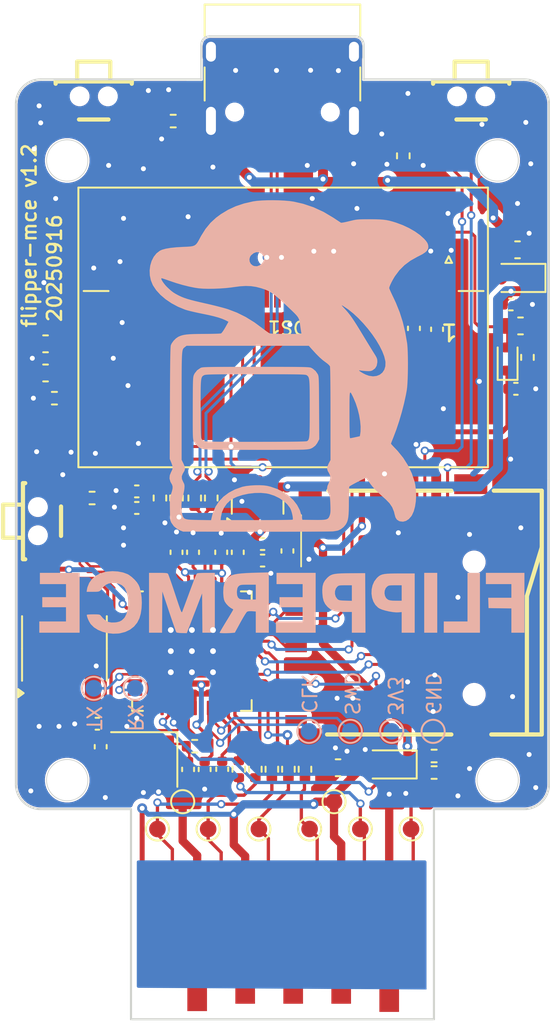
<source format=kicad_pcb>
(kicad_pcb (version 20241229) (generator "pcbnew") (generator_version "9.0")
  (layers (0 "F.Cu" signal) (2 "B.Cu" signal) (13 "F.Paste" user) (15 "B.Paste" user) (5 "F.SilkS" user "F.Silkscreen") (7 "B.SilkS" user "B.Silkscreen") (1 "F.Mask" user) (3 "B.Mask" user) (25 "Edge.Cuts" user))
  (net 0 "")
  (net 1 "GND")
  (net 3 "+1V1")
  (net 4 "+3V3")
  (net 5 "Net-(DS1-VCC)")
  (net 6 "Net-(DS1-C2P)")
  (net 7 "Net-(DS1-C2N)")
  (net 8 "Net-(D2-K)")
  (net 9 "Net-(DS1-C1P)")
  (net 10 "Net-(DS1-C1N)")
  (net 11 "VBUS")
  (net 12 "Net-(D4-A)")
  (net 13 "XIN")
  (net 14 "Net-(C20-Pad1)")
  (net 15 "Net-(DS1-VCOMH)")
  (net 17 "SD_CLK")
  (net 20 "SD_MISO")
  (net 21 "SD_CS")
  (net 22 "SD_MOSI")
  (net 24 "GC_DAT")
  (net 31 "OLED_SDA")
  (net 32 "Net-(DS1-IREF)")
  (net 35 "OLED_SCL")
  (net 37 "GC_CMD")
  (net 38 "GC_CS")
  (net 39 "GC_SENSE")
  (net 40 "GC_CLK")
  (net 41 "GC_ACK")
  (net 43 "D-")
  (net 44 "Net-(J3-CC1)")
  (net 45 "Net-(J3-CC2)")
  (net 47 "D+")
  (net 48 "UART_TX")
  (net 49 "UART_RX")
  (net 50 "/U_D+")
  (net 51 "/U_D-")
  (net 52 "XOUT")
  (net 53 "Net-(U3-GPIO16)")
  (net 54 "Net-(U3-GPIO17)")
  (net 55 "Net-(U3-GPIO18)")
  (net 56 "Net-(U3-GPIO19)")
  (net 57 "Net-(U3-GPIO20)")
  (net 58 "Net-(R17-Pad2)")
  (net 59 "QSPI_SS")
  (net 60 "Net-(U3-GPIO15)")
  (net 61 "SW1")
  (net 62 "SW2")
  (net 63 "GC_3.3V")
  (net 65 "QSPI_SCLK")
  (net 67 "QSPI_SD0")
  (net 69 "QSPI_SD1")
  (net 71 "QSPI_SD2")
  (net 74 "PSRAM_CS")
  (net 75 "PSRAM_IO3")
  (net 78 "PSRAM_IO0")
  (net 79 "PSRAM_CLK")
  (net 80 "QSPI_SD3")
  (net 81 "PSRAM_IO1")
  (net 82 "PSRAM_IO2")
  (net 85 "Net-(U3-SWCLK)")
  (net 86 "Net-(U3-SWD)")
  (footprint "Capacitor_SMD:C_0402_1005Metric" (layer "F.Cu") (at 202.2 73.2)
    (property "Reference" "C13" (hide yes))
    (property "Value" "1u")
  )
  (footprint "Resistor_SMD:R_0402_1005Metric" (layer "F.Cu") (at 188.76 101.29 90)
    (property "Reference" "R16" (hide yes))
    (property "Value" "22")
  )
  (footprint "Capacitor_SMD:C_0603_1608Metric" (layer "F.Cu") (at 191.76 101.2)
    (property "Reference" "C17" (hide yes))
    (property "Value" "4.7u")
  )
  (footprint "TestPoint:TestPoint_Pad_D1.0mm" (layer "F.Cu") (at 191.516 103.251)
    (property "Reference" "TP5" (hide yes))
    (property "Value" "TestPoint" (hide yes))
  )
  (footprint "Library:GC_MEMCARD" (layer "F.Cu") (at 179.248152 116.396962)
    (property "Reference" "J2" (hide yes))
    (property "Value" "~" (hide yes))
  )
  (footprint "Resistor_SMD:R_0402_1005Metric" (layer "F.Cu") (at 186.76 101.29 90)
    (property "Reference" "R12" (hide yes))
    (property "Value" "220")
  )
  (footprint "Library:RP2040-QFN-56" (layer "F.Cu") (at 182.93 94.152)
    (property "Reference" "U3" (hide yes))
    (property "Value" "RP2040")
  )
  (footprint "Resistor_SMD:R_0402_1005Metric" (layer "F.Cu") (at 183.1 84.9 -90)
    (property "Reference" "R4" (hide yes))
    (property "Value" "22")
  )
  (footprint "Resistor_SMD:R_0402_1005Metric" (layer "F.Cu") (at 197.56 101.49 180)
    (property "Reference" "R18" (hide yes))
    (property "Value" "0")
  )
  (footprint "Capacitor_SMD:C_0402_1005Metric" (layer "F.Cu") (at 185.7 88.18 90)
    (property "Reference" "C8" (hide yes))
    (property "Value" "100n")
  )
  (footprint "Capacitor_SMD:C_0402_1005Metric" (layer "F.Cu") (at 183.7 101.3 -90)
    (property "Reference" "C1" (hide yes))
    (property "Value" "100n")
  )
  (footprint "TestPoint:TestPoint_Pad_D1.0mm" (layer "F.Cu") (at 182.372 103.251)
    (property "Reference" "TP4" (hide yes))
    (property "Value" "TestPoint" (hide yes))
  )
  (footprint "Resistor_SMD:R_0402_1005Metric" (layer "F.Cu") (at 184.1 84.9 -90)
    (property "Reference" "R5" (hide yes))
    (property "Value" "22")
  )
  (footprint "Capacitor_SMD:C_0402_1005Metric" (layer "F.Cu") (at 179.6 84.5 180)
    (property "Reference" "C5" (hide yes))
    (property "Value" "100n")
  )
  (footprint "Capacitor_SMD:C_0402_1005Metric" (layer "F.Cu") (at 196.342 74.648 -90)
    (property "Reference" "C15" (hide yes))
    (property "Value" "1uF")
  )
  (footprint "Resistor_SMD:R_0402_1005Metric" (layer "F.Cu") (at 182 84.9 90)
    (property "Reference" "R7" (hide yes))
    (property "Value" "4.7K")
  )
  (footprint "TestPoint:TestPoint_Pad_D1.0mm" (layer "F.Cu") (at 190.04 104.902)
    (property "Reference" "TP7" (hide yes))
    (property "Value" "TestPoint" (hide yes))
  )
  (footprint "Capacitor_SMD:C_0402_1005Metric" (layer "F.Cu") (at 177.42 99.93 90)
    (property "Reference" "C19" (hide yes))
    (property "Value" "5p")
  )
  (footprint "Diode_SMD:D_SOD-523" (layer "F.Cu") (at 202 76.5 90)
    (property "Reference" "D4" (hide yes))
    (property "Value" "1N4148WT")
  )
  (footprint "Resistor_SMD:R_0402_1005Metric" (layer "F.Cu") (at 185.76 101.29 90)
    (property "Reference" "R11" (hide yes))
    (property "Value" "22")
  )
  (footprint "Resistor_SMD:R_0402_1005Metric" (layer "F.Cu") (at 183.1 99.9 180)
    (property "Reference" "R10" (hide yes))
    (property "Value" "1k")
  )
  (footprint "Capacitor_SMD:C_0402_1005Metric" (layer "F.Cu") (at 184.76 101.29 -90)
    (property "Reference" "C7" (hide yes))
    (property "Value" "100n")
  )
  (footprint "Resistor_SMD:R_0402_1005Metric" (layer "F.Cu") (at 197.56 100.49)
    (property "Reference" "R9" (hide yes))
    (property "Value" "10k")
  )
  (footprint "Capacitor_SMD:C_0402_1005Metric" (layer "F.Cu") (at 187.2 88.68)
    (property "Reference" "C3" (hide yes))
    (property "Value" "100n")
  )
  (footprint "Capacitor_SMD:C_0603_1608Metric" (layer "F.Cu") (at 202.6 69.9 180)
    (property "Reference" "C16" (hide yes))
    (property "Value" "4.7u")
  )
  (footprint "Capacitor_SMD:C_0402_1005Metric" (layer "F.Cu") (at 187.2 87.68)
    (property "Reference" "C10" (hide yes))
    (property "Value" "1u")
  )
  (footprint "Capacitor_SMD:C_0402_1005Metric" (layer "F.Cu") (at 182 88.18 90)
    (property "Reference" "C2" (hide yes))
    (property "Value" "100n")
  )
  (footprint "Capacitor_SMD:C_0603_1608Metric" (layer "F.Cu") (at 174.09 75.582 180)
    (property "Reference" "C11" (hide yes))
    (property "Value" "2.2uF")
  )
  (footprint "Capacitor_SMD:C_0402_1005Metric" (layer "F.Cu") (at 179.6 85.5 180)
    (property "Reference" "C6" (hide yes))
    (property "Value" "100n")
  )
  (footprint "Resistor_SMD:R_0402_1005Metric" (layer "F.Cu") (at 195.7 64.22 -90)
    (property "Reference" "R2" (hide yes))
    (property "Value" "5.1k")
  )
  (footprint "TestPoint:TestPoint_Pad_D1.0mm" (layer "F.Cu") (at 193.104 104.902)
    (property "Reference" "TP8" (hide yes))
    (property "Value" "TestPoint" (hide yes))
  )
  (footprint "Package_TO_SOT_SMD:SOT-23" (layer "F.Cu") (at 186.9 85.2 90)
    (property "Reference" "U2" (hide yes))
    (property "Value" "XC6206P332MR")
  )
  (footprint "Resistor_SMD:R_0402_1005Metric" (layer "F.Cu") (at 174.625 78.867)
    (property "Reference" "R15" (hide yes))
    (property "Value" "390K")
  )
  (footprint "Capacitor_SMD:C_0603_1608Metric" (layer "F.Cu") (at 202.78 74.5)
    (property "Reference" "C18" (hide yes))
    (property "Value" "4.7uF")
  )
  (footprint "Resistor_SMD:R_0402_1005Metric" (layer "F.Cu") (at 189.76 101.29 90)
    (property "Reference" "R14" (hide yes))
    (property "Value" "220")
  )
  (footprint "Capacitor_SMD:C_0402_1005Metric" (layer "F.Cu") (at 184.7 88.18 90)
    (property "Reference" "C9" (hide yes))
    (property "Value" "1u")
  )
  (footprint "Resistor_SMD:R_0402_1005Metric" (layer "F.Cu") (at 203.2 76.4 90)
    (property "Reference" "R6" (hide yes))
    (property "Value" "4.7K")
  )
  (footprint "TestPoint:TestPoint_Pad_D1.0mm" (layer "F.Cu") (at 196.168 104.902)
    (property "Reference" "TP1" (hide yes))
    (property "Value" "TestPoint" (hide yes))
  )
  (footprint "Capacitor_SMD:C_0402_1005Metric" (layer "F.Cu") (at 197.739 74.704 -90)
    (property "Reference" "C12" (hide yes))
    (property "Value" "1uF")
  )
  (footprint "Connector_USB:USB_C_Receptacle_HRO_TYPE-C-31-M-12" (layer "F.Cu") (at 188.4 58.978 180)
    (property "Reference" "J3" (hide yes))
    (property "Value" "USB_C_Receptacle_USB2.0")
  )
  (footprint "Library:SW-SMD_TS24CA" (layer "F.Cu") (at 174.4 86.3 90)
    (property "Reference" "SW3" (hide yes))
    (property "Value" "USER")
  )
  (footprint "TestPoint:TestPoint_Pad_D1.0mm" (layer "F.Cu") (at 180.848 104.902)
    (property "Reference" "TP2" (hide yes))
    (property "Value" "TestPoint" (hide yes))
  )
  (footprint "Capacitor_SMD:C_0402_1005Metric" (layer "F.Cu") (at 202.5 78.3)
    (property "Reference" "C22" (hide yes))
    (property "Value" "100n")
  )
  (footprint "Capacitor_SMD:C_0402_1005Metric" (layer "F.Cu") (at 188.7 88.1 -90)
    (property "Reference" "C14" (hide yes))
    (property "Value" "1u")
  )
  (footprint "Resistor_SMD:R_0402_1005Metric" (layer "F.Cu") (at 181 84.9 90)
    (property "Reference" "R8" (hide yes))
    (property "Value" "4.7K")
  )
  (footprint "Capacitor_SMD:C_0402_1005Metric" (layer "F.Cu") (at 182.7 101.3 -90)
    (property "Reference" "C20" (hide yes))
    (property "Value" "5p")
  )
  (footprint "Resistor_SMD:R_0402_1005Metric" (layer "F.Cu") (at 187.76 101.29 90)
    (property "Reference" "R13" (hide yes))
    (property "Value" "220")
  )
  (footprint "Capacitor_SMD:C_0402_1005Metric" (layer "F.Cu") (at 183 88.18 90)
    (property "Reference" "C23" (hide yes))
    (property "Value" "100n")
  )
  (footprint "Library:SW-SMD_TS24CA" (layer "F.Cu") (at 177 61.4)
    (property "Reference" "SW2" (hide yes))
    (property "Value" "USER2")
  )
  (footprint "Capacitor_SMD:C_0402_1005Metric" (layer "F.Cu") (at 177.22 98.54 180)
    (property "Reference" "C4" (hide yes))
    (property "Value" "100n")
  )
  (footprint "TestPoint:TestPoint_Pad_D1.0mm" (layer "F.Cu") (at 186.976 104.902)
    (property "Reference" "TP6" (hide yes))
    (property "Value" "TestPoint" (hide yes))
  )
  (footprint "Crystal:Crystal_SMD_3225-4Pin_3.2x2.5mm" (layer "F.Cu") (at 180.05 100.7 180)
    (property "Reference" "Y1" (hide yes))
    (property "Value" "12 Mhz")
  )
  (footprint "Package_SO:SOIC-8_3.9x4.9mm_P1.27mm" (layer "F.Cu") (at 175.23 93.992 90)
    (property "Reference" "U4" (hide yes))
    (property "Value" "LY68L6400SLIT")
  )
  (footprint "Library:TF-SMD_TF-01A" (layer "F.Cu") (at 194.5 91.823 90)
    (property "Reference" "Card1" (hide yes))
    (property "Value" "TF-01A")
  )
  (footprint "Library:USON-8_2x3mm_P0.5mm" (layer "F.Cu") (at 178.9 87.2)
    (property "Reference" "U5" (hide yes))
    (property "Value" "W25Q16JVUXIQ")
  )
  (footprint "Diode_SMD:D_SOD-323" (layer "F.Cu") (at 194.9 101 180)
    (property "Reference" "D3" (hide yes))
    (property "Value" "B5819WS")
  )
  (footprint "Capacitor_SMD:C_0603_1608Metric" (layer "F.Cu") (at 174.09 77.343)
    (property "Reference" "C21" (hide yes))
    (property "Value" "4.7uF")
  )
  (footprint "Resistor_SMD:R_0402_1005Metric" (layer "F.Cu") (at 176.9 84.9 180)
    (property "Reference" "R17" (hide yes))
    (property "Value" "1k")
  )
  (footprint "Resistor_SMD:R_0402_1005Metric" (layer "F.Cu") (at 181.8 62.12)
    (property "Reference" "R3" (hide yes))
    (property "Value" "5.1k")
  )
  (footprint "TestPoint:TestPoint_Pad_D1.0mm" (layer "F.Cu") (at 183.912 104.902)
    (property "Reference" "TP3" (hide yes))
    (property "Value" "TestPoint" (hide yes))
  )
  (footprint "Library:SW-SMD_TS24CA" (layer "F.Cu") (at 199.8 61.4)
    (property "Reference" "SW1" (hide yes))
    (property "Value" "USER1")
  )
  (footprint "Diode_SMD:D_SOD-323" (layer "F.Cu") (at 202.6775 71.6 180)
    (property "Reference" "D2" (hide yes))
    (property "Value" "B5819WS")
  )
  (footprint "TestPoint:TestPoint_Pad_D1.0mm" (layer "B.Cu") (at 192.5 99 180)
    (property "Reference" "TP10" (hide yes))
    (property "Value" "TestPoint" (hide yes))
  )
  (footprint "TestPoint:TestPoint_Pad_D1.0mm" (layer "B.Cu") (at 190 99 180)
    (property "Reference" "TP9" (hide yes))
    (property "Value" "TestPoint" (hide yes))
  )
  (footprint "Library:flipper-LOGO" (layer "B.Cu") (at 188.4 80 180)
    (property "Reference" "G***" (hide yes))
    (property "Value" "LOGO" (hide yes))
  )
  (footprint "TestPoint:TestPoint_Pad_D1.0mm" (layer "B.Cu") (at 197.5 99 180)
    (property "Reference" "TP14" (hide yes))
    (property "Value" "TestPoint" (hide yes))
  )
  (footprint "TestPoint:TestPoint_Pad_D1.0mm" (layer "B.Cu") (at 195 99 180)
    (property "Reference" "TP13" (hide yes))
    (property "Value" "TestPoint" (hide yes))
  )
  (footprint "TestPoint:TestPoint_Pad_D1.0mm" (layer "B.Cu") (at 179.5 96.4 180)
    (property "Reference" "TP12" (hide yes))
    (property "Value" "TestPoint" (hide yes))
  )
  (footprint "TestPoint:TestPoint_Pad_D1.0mm" (layer "B.Cu") (at 177 96.4 180)
    (property "Reference" "TP11" (hide yes))
    (property "Value" "TestPoint" (hide yes))
  )
  (footprint "Library:GC_OLED_096" (layer "B.Cu") (at 188.443 77.69)
    (property "Reference" "DS1")
    (property "Value" "OLED-128O064D")
  )
  (gr_poly (pts (xy 197 106.9) (xy 197 114.5) (xy 179.7 114.4) (xy 179.7 106.9)) (stroke (width 0.2)) (fill yes) (layer "B.Cu"))
  (gr_line (start 179.25 103.7) (end 173.8 103.7) (stroke (width 0.127)) (layer "Edge.Cuts"))
  (gr_line (start 173.8 59.6) (end 183.5 59.6) (stroke (width 0.127)) (layer "Edge.Cuts"))
  (gr_line (start 172.3 102.2) (end 172.3 83.8) (stroke (width 0.127)) (layer "Edge.Cuts"))
  (gr_circle (center 201.4 64.5) (end 202.65 64.5) (stroke (width 0.05)) (fill no) (layer "Edge.Cuts"))
  (gr_line (start 204.5 83.8) (end 204.5 61.1) (stroke (width 0.127)) (layer "Edge.Cuts"))
  (gr_line (start 193.3 59.6) (end 203 59.6) (stroke (width 0.127)) (layer "Edge.Cuts"))
  (gr_line (start 172.3 83.8) (end 172.3 61.1) (stroke (width 0.127)) (layer "Edge.Cuts"))
  (gr_arc (start 204.5 102.2) (mid 204.06066 103.26066) (end 203 103.7) (stroke (width 0.127)) (layer "Edge.Cuts"))
  (gr_line (start 179.25 103.7) (end 179.25 116.4) (stroke (width 0.127)) (layer "Edge.Cuts"))
  (gr_circle (center 175.4 64.5) (end 176.65 64.5) (stroke (width 0.05)) (fill no) (layer "Edge.Cuts"))
  (gr_line (start 179.25 116.4) (end 197.55 116.4) (stroke (width 0.127)) (layer "Edge.Cuts"))
  (gr_line (start 197.55 116.4) (end 197.55 103.7) (stroke (width 0.127)) (layer "Edge.Cuts"))
  (gr_arc (start 203 59.6) (mid 204.06066 60.03934) (end 204.5 61.1) (stroke (width 0.127)) (layer "Edge.Cuts"))
  (gr_arc (start 192.8 57) (mid 193.153553 57.146447) (end 193.3 57.5) (stroke (width 0.127)) (layer "Edge.Cuts"))
  (gr_arc (start 173.8 103.7) (mid 172.73934 103.26066) (end 172.3 102.2) (stroke (width 0.127)) (layer "Edge.Cuts"))
  (gr_line (start 197.55 103.7) (end 203 103.7) (stroke (width 0.127)) (layer "Edge.Cuts"))
  (gr_arc (start 183.5 57.5) (mid 183.646447 57.146447) (end 184 57) (stroke (width 0.127)) (layer "Edge.Cuts"))
  (gr_arc (start 172.3 61.1) (mid 172.73934 60.03934) (end 173.8 59.6) (stroke (width 0.127)) (layer "Edge.Cuts"))
  (gr_circle (center 175.4 101.95) (end 176.65 101.95) (stroke (width 0.05)) (fill no) (layer "Edge.Cuts"))
  (gr_line (start 192.8 57) (end 184 57) (stroke (width 0.127)) (layer "Edge.Cuts"))
  (gr_circle (center 201.4 101.95) (end 202.65 101.95) (stroke (width 0.05)) (fill no) (layer "Edge.Cuts"))
  (gr_line (start 204.5 102.2) (end 204.5 83.8) (stroke (width 0.127)) (layer "Edge.Cuts"))
  (gr_line (start 193.3 57.5) (end 193.3 59.6) (stroke (width 0.127)) (layer "Edge.Cuts"))
  (gr_line (start 183.5 57.5) (end 183.5 59.6) (stroke (width 0.127)) (layer "Edge.Cuts"))
  (gr_text "20250916" (at 175.13 74.346 90) (layer "F.SilkS") (effects (font (size 0.85 0.85)) (justify left bottom)))
  (gr_text "flipper-mce v1.2" (at 173.6 74.676 90) (layer "F.SilkS") (effects (font (size 0.85 0.85)) (justify left bottom)))
  (gr_text "TX" (at 176.5 99 270) (layer "B.SilkS") (effects (font (size 0.85 0.85) (thickness 0.12)) (justify left bottom mirror)))
  (gr_text "SWD" (at 192.1 98.1 270) (layer "B.SilkS") (effects (font (size 0.85 0.85) (thickness 0.12)) (justify left bottom mirror)))
  (gr_text "GND" (at 197 98.1 270) (layer "B.SilkS") (effects (font (size 0.85 0.85) (thickness 0.12)) (justify left bottom mirror)))
  (gr_text "CLK" (at 189.5 98 270) (layer "B.SilkS") (effects (font (size 0.85 0.85) (thickness 0.12)) (justify left bottom mirror)))
  (gr_text "RX" (at 179 99.1 270) (layer "B.SilkS") (effects (font (size 0.85 0.85) (thickness 0.12)) (justify left bottom mirror)))
  (gr_text "3V3" (at 194.7 98.1 270) (layer "B.SilkS") (effects (font (size 0.85 0.85) (thickness 0.12)) (justify left bottom mirror)))
  (segment (start 178.46 99.84) (end 178.13 99.51) (width 0.6) (layer "F.Cu") (net 1))
  (segment (start 193.4298 69.9858) (end 193.693 70.249) (width 0.3) (layer "F.Cu") (net 1))
  (segment (start 178.589 70.612) (end 178.97 70.612) (width 0.2) (layer "F.Cu") (net 1))
  (segment (start 179.12 85.93) (end 179.12 85.5) (width 0.3) (layer "F.Cu") (net 1))
  (segment (start 187.68 89.43) (end 187.7 89.45) (width 0.3) (layer "F.Cu") (net 1))
  (segment (start 181.9 98.5) (end 181.93 98.47) (width 0.18) (layer "F.Cu") (net 1))
  (segment (start 181.93 98.47) (end 181.93 97.5895) (width 0.18) (layer "F.Cu") (net 1))
  (segment (start 183.7 101.77) (end 183.7 102.49) (width 0.5) (layer "F.Cu") (net 1))
  (segment (start 190.193 70.1872) (end 190.193 72.359) (width 0.3) (layer "F.Cu") (net 1))
  (segment (start 187.78 88.58) (end 187.68 88.68) (width 0.3) (layer "F.Cu") (net 1))
  (segment (start 181.839638 98.458238) (end 181.8376 98.4562) (width 0.18) (layer "F.Cu") (net 1))
  (segment (start 185.1125 63.0575) (end 184.9575 63.0575) (width 0.381) (layer "F.Cu") (net 1))
  (segment (start 191 100.6) (end 191 101.273) (width 0.5) (layer "F.Cu") (net 1))
  (segment (start 184.075 62.433) (end 184.4 62.108) (width 0.2) (layer "F.Cu") (net 1))
  (segment (start 182.372 103.251) (end 182.372 105.622) (width 0.5) (layer "F.Cu") (net 1))
  (segment (start 201.448 62.32) (end 201.475 62.293) (width 0.18) (layer "F.Cu") (net 1))
  (segment (start 190.193 72.359) (end 190.175 72.377) (width 0.3) (layer "F.Cu") (net 1))
  (segment (start 184.7 87.025) (end 184.7 87.7) (width 0.3) (layer "F.Cu") (net 1))
  (segment (start 198.593 69.931) (end 198.593 72.39) (width 0.2) (layer "F.Cu") (net 1))
  (segment (start 176.63 99.52) (end 176.26 99.15) (width 0.6) (layer "F.Cu") (net 1))
  (segment (start 185.7 87.7) (end 185.7 87.2) (width 0.3) (layer "F.Cu") (net 1))
  (segment (start 178.8 87.75) (end 178.8 86.25) (width 0.3) (layer "F.Cu") (net 1))
  (segment (start 185.7 87.2) (end 185.95 86.95) (width 0.3) (layer "F.Cu") (net 1))
  (segment (start 173.355 78.867) (end 174.115 78.867) (width 0.1524) (layer "F.Cu") (net 1))
  (segment (start 179.12 85.5) (end 179.12 84.5) (width 0.381) (layer "F.Cu") (net 1))
  (segment (start 199.776 99.583) (end 199.776 101.174) (width 0.6) (layer "F.Cu") (net 1))
  (segment (start 176.26 99.15) (end 175.85 98.74) (width 0.6) (layer "F.Cu") (net 1))
  (segment (start 175.85 98.74) (end 175.85 98.55) (width 0.6) (layer "F.Cu") (net 1))
  (segment (start 178.335 70.612) (end 178.308 70.639) (width 0.2) (layer "F.Cu") (net 1))
  (segment (start 187.68 88.68) (end 187.68 89.43) (width 0.3) (layer "F.Cu") (net 1))
  (segment (start 182.372 101.842) (end 182.3 101.77) (width 0.5) (layer "F.Cu") (net 1))
  (segment (start 176.26 99.15) (end 176.62 99.51) (width 0.6) (layer "F.Cu") (net 1))
  (segment (start 178.97 70.612) (end 179.008 70.65) (width 0.2) (layer "F.Cu") (net 1))
  (segment (start 191.8928 69.9858) (end 192.293 70.386) (width 0.3) (layer "F.Cu") (net 1))
  (segment (start 191.494 69.9858) (end 193.4298 69.9858) (width 0.3) (layer "F.Cu") (net 1))
  (segment (start 181.139405 102.510595) (end 181.139405 101.472351) (width 0.3) (layer "F.Cu") (net 1))
  (segment (start 177.4 87.95) (end 178.6 87.95) (width 0.3) (layer "F.Cu") (net 1))
  (segment (start 191.6 100) (end 191 100.6) (width 0.5) (layer "F.Cu") (net 1))
  (segment (start 174.955 84.625) (end 174.955 83.665) (width 0.18) (layer "F.Cu") (net 1))
  (segment (start 173.29 75.607) (end 173.315 75.582) (width 0.2) (layer "F.Cu") (net 1))
  (segment (start 174.955 83.665) (end 175.13 83.49) (width 0.18) (layer "F.Cu") (net 1))
  (segment (start 188.75 74.041) (end 188.75 72.113) (width 0.18) (layer "F.Cu") (net 1))
  (segment (start 174.923 62.223) (end 174.9 62.2) (width 0.381) (layer "F.Cu") (net 1))
  (segment (start 178.335 74.295) (end 178.308 74.268) (width 0.2) (layer "F.Cu") (net 1))
  (segment (start 183.248152 106.498152) (end 183.248152 113.566962) (width 0.5) (layer "F.Cu") (net 1))
  (segment (start 195.7 64.73) (end 194.71 64.73) (width 0.18) (layer "F.Cu") (net 1))
  (segment (start 176.62 99.51) (end 178.13 99.51) (width 0.6) (layer "F.Cu") (net 1))
  (segment (start 178.716 74.295) (end 178.335 74.295) (width 0.2) (layer "F.Cu") (net 1))
  (segment (start 177.135 96.467) (end 177.135 95.167) (width 0.3) (layer "F.Cu") (net 1))
  (segment (start 182 87.7) (end 182 86.95) (width 0.3) (layer "F.Cu") (net 1))
  (segment (start 179.008 74.295) (end 179.008 72.39) (width 0.2) (layer "F.Cu") (net 1))
  (segment (start 188.849 74.422) (end 188.849 74.14) (width 0.18) (layer "F.Cu") (net 1))
  (segment (start 203.3 69.975) (end 203.3 68.9) (width 0.3) (layer "F.Cu") (net 1))
  (segment (start 178.308 74.268) (end 178.308 72.39) (width 0.2) (layer "F.Cu") (net 1))
  (segment (start 179.008 70.65) (end 179.008 72.39) (width 0.2) (layer "F.Cu") (net 1))
  (segment (start 194.848152 102.798152) (end 194.848152 113.616962) (width 0.5) (layer "F.Cu") (net 1))
  (segment (start 194.7 64.72) (end 194.71 64.73) (width 0.18) (layer "F.Cu") (net 1))
  (segment (start 173.29 76.454) (end 173.29 77.318) (width 0.2) (layer "F.Cu") (net 1))
  (segment (start 184.9575 63.0575) (end 184.0425 62.1425) (width 0.5) (layer "F.Cu") (net 1))
  (segment (start 188.849 74.14) (end 188.75 74.041) (width 0.18) (layer "F.Cu") (net 1))
  (segment (start 178.8 86.25) (end 179.12 85.93) (width 0.3) (layer "F.Cu") (net 1))
  (segment (start 187.68 87.68) (end 187.68 88.68) (width 0.3) (layer "F.Cu") (net 1))
  (segment (start 179.12 85.5) (end 178.3 85.5) (width 0.3) (layer "F.Cu") (net 1))
  (segment (start 202.66 73.2) (end 203.5 73.2) (width 0.3) (layer "F.Cu") (net 1))
  (segment (start 173.315 76.557) (end 173.29 76.582) (width 0.3) (layer "F.Cu") (net 1))
  (segment (start 192.293 70.386) (end 192.293 72.39) (width 0.3) (layer "F.Cu") (net 1))
  (segment (start 200.45 62.32) (end 201.448 62.32) (width 0.3) (layer "F.Cu") (net 1))
  (segment (start 191.494 69.9858) (end 191.8928 69.9858) (width 0.3) (layer "F.Cu") (net 1))
  (segment (start 175.125 62.25) (end 173.819 62.25) (width 0.381) (layer "F.Cu") (net 1))
  (segment (start 173.29 76.454) (end 173.29 75.607) (width 0.2) (layer "F.Cu") (net 1))
  (segment (start 203.555 74.7) (end 203.555 73.455) (width 0.3) (layer "F.Cu") (net 1))
  (segment (start 173.29 77.318) (end 173.315 77.343) (width 0.2) (layer "F.Cu") (net 1))
  (segment (start 178.308 70.639) (end 178.308 72.39) (width 0.2) (layer "F.Cu") (net 1))
  (segment (start 177.15 95.152) (end 177.15 95.05) (width 0.18) (layer "F.Cu") (net 1))
  (segment (start 182.26 101.77) (end 180.89 101.77) (width 0.2) (layer "F.Cu") (net 1))
  (segment (start 178.3 85.5) (end 178.25 85.45) (width 0.3) (layer "F.Cu") (net 1))
  (segment (start 188.7 88.58) (end 187.78 88.58) (width 0.3) (layer "F.Cu") (net 1))
  (segment (start 190.2964 70.0838) (end 190.193 70.1872) (width 0.3) (layer "F.Cu") (net 1))
  (segment (start 191.725 63.125) (end 192.633 62.217) (width 0.5) (layer "F.Cu") (net 1))
  (segment (start 185.95 85.1) (end 185.95 86.1375) (width 0.3) (layer "F.Cu") (net 1))
  (segment (start 181.8376 98.4562) (end 181.8376 98.4376) (width 0.18) (layer "F.Cu") (net 1))
  (segment (start 179.12 84.5) (end 178.4 84.5) (width 0.381) (layer "F.Cu") (net 1))
  (segment (start 178.6 87.95) (end 178.8 87.75) (width 0.3) (layer "F.Cu") (net 1))
  (segment (start 193.693 70.249) (end 193.693 72.39) (width 0.3) (layer "F.Cu") (net 1))
  (segment (start 190.2964 69.9858) (end 191.494 69.9858) (width 0.3) (layer "F.Cu") (net 1))
  (segment (start 199.776 101.174) (end 199.7 101.25) (width 0.6) (layer "F.Cu") (net 1))
  (segment (start 181.07 102.58) (end 181.139405 102.510595) (width 0.3) (layer "F.Cu") (net 1))
  (segment (start 177.135 95.167) (end 177.15 95.152) (width 0.18) (layer "F.Cu") (net 1))
  (segment (start 178.716 74.295) (end 179.008 74.295) (width 0.2) (layer "F.Cu") (net 1))
  (segment (start 178.589 70.612) (end 178.335 70.612) (width 0.2) (layer "F.Cu") (net 1))
  (segment (start 182.372 105.622) (end 183.248152 106.498152) (width 0.5) (layer "F.Cu") (net 1))
  (segment (start 202.98 78.3) (end 203.7 78.3) (width 0.6) (layer "F.Cu") (net 1))
  (segment (start 182.372 103.251) (end 182.372 101.842) (width 0.5) (layer "F.Cu") (net 1))
  (segment (start 178.4 84.5) (end 178.35 84.45) (width 0.381) (layer "F.Cu") (net 1))
  (segment (start 175.86 98.54) (end 175.85 98.55) (width 0.18) (layer "F.Cu") (net 1))
  (segment (start 184.76 101.77) (end 180.89 101.77) (width 0.5) (layer "F.Cu") (net 1))
  (segment (start 176.74 98.54) (end 175.86 98.54) (width 0.3) (layer "F.Cu") (net 1))
  (segment (start 176.66 99.52) (end 176.63 99.52) (width 0.6) (layer "F.Cu") (net 1))
  (segment (start 190.2964 69.9858) (end 190.2964 70.0838) (width 0.3) (layer "F.Cu") (net 1))
  (segment (start 185.95 86.95) (end 185.95 86.1375) (width 0.3) (layer "F.Cu") (net 1))
  (segment (start 183 87.7) (end 183 87) (width 0.3) (layer "F.Cu") (net 1))
  (via (at 190.2964 69.9858) (size 0.5) (drill 0.3) (layers "F.Cu" "B.Cu") (net 1))
  (via (at 200.45 62.32) (size 0.5) (drill 0.3) (layers "F.Cu" "B.Cu") (net 1))
  (via (at 186.4 90.6) (size 0.5) (drill 0.3) (layers "F.Cu" "B.Cu") (net 1))
  (via (at 192.65 97) (size 0.5) (drill 0.3) (layers "F.Cu" "B.Cu") (net 1))
  (via (at 192.3 100.2) (size 0.5) (drill 0.3) (layers "F.Cu" "B.Cu") (net 1))
  (via (at 200.2924 77.851) (size 0.5) (drill 0.3) (layers "F.Cu" "B.Cu") (net 1))
  (via (at 194.4 62.9) (size 0.5) (drill 0.3) (layers "F.Cu" "B.Cu") (net 1))
  (via (at 190.2 66.8) (size 0.5) (drill 0.3) (layers "F.Cu" "B.Cu") (net 1))
  (via (at 198.12 79.502) (size 0.5) (drill 0.3) (layers "F.Cu" "B.Cu") (net 1))
  (via (at 195.961 96.012) (size 0.5) (drill 0.3) (layers "F.Cu" "B.Cu") (net 1))
  (via (at 190 88.6) (size 0.5) (drill 0.3) (layers "F.Cu" "B.Cu") (net 1))
  (via (at 195.4 87) (size 0.5) (drill 0.3) (layers "F.Cu" "B.Cu") (net 1))
  (via (at 181.525 60.225) (size 0.5) (drill 0.3) (layers "F.Cu" "B.Cu") (net 1))
  (via (at 195.85 102.75) (size 0.5) (drill 0.3) (layers "F.Cu" "B.Cu") (net 1))
  (via (at 184.2 64.9) (size 0.5) (drill 0.3) (layers "F.Cu" "B.Cu") (net 1))
  (via (at 189.9 64.8) (size 0.5) (drill 0.3) (layers "F.Cu" "B.Cu") (net 1))
  (via (at 178.8 68) (size 0.5) (drill 0.3) (layers "F.Cu" "B.Cu") (net 1))
  (via (at 177 71) (size 0.5) (drill 0.3) (layers "F.Cu" "B.Cu") (net 1))
  (via (at 182 86.95) (size 0.5) (drill 0.3) (layers "F.Cu" "B.Cu") (net 1))
  (via (at 191.494 69.9858) (size 0.5) (drill 0.3) (layers "F.Cu" "B.Cu") (net 1))
  (via (at 199 102.9) (size 0.5) (drill 0.3) (layers "F.Cu" "B.Cu") (net 1))
  (via (at 198.593 69.931) (size 0.5) (drill 0.3) (layers "F.Cu" "B.Cu") (net 1))
  (via (at 191.7 97) (size 0.5) (drill 0.3) (layers "F.Cu" "B.Cu") (net 1))
  (via (at 178.25 85.45) (size 0.5) (drill 0.3) (layers "F.Cu" "B.Cu") (net 1))
  (via (at 192.9 67.4) (size 0.5) (drill 0.3) (layers "F.Cu" "B.Cu") (net 1))
  (via (at 177.7 103) (size 0.5) (drill 0.3) (layers "F.Cu" "B.Cu") (net 1))
  (via (at 202.8 86.7) (size 0.5) (drill 0.3) (layers "F.Cu" "B.Cu") (net 1))
  (via (at 203.3 68.9) (size 0.5) (drill 0.3) (layers "F.Cu" "B.Cu") (net 1))
  (via (at 185.5 83.8) (size 0.5) (drill 0.3) (layers "F.Cu" "B.Cu") (net 1))
  (via (at 198.4 67.7) (size 0.5) (drill 0.3) (layers "F.Cu" "B.Cu") (net 1))
  (via (at 203.4 64.7) (size 0.5) (drill 0.3) (layers "F.Cu" "B.Cu") (net 1))
  (via (at 185.95 85.1) (size 0.5) (drill 0.3) (layers "F.Cu" "B.Cu") (net 1))
  (via (at 197.6 95.6) (size 0.5) (drill 0.3) (layers "F.Cu" "B.Cu") (net 1))
  (via (at 191.78 59.07) (size 0.5) (drill 0.3) (layers "F.Cu" "B.Cu") (net 1))
  (via (at 178.8 86.7) (size 0.5) (drill 0.3) (layers "F.Cu" "B.Cu") (net 1))
  (via (at 194.71 64.73) (size 0.5) (drill 0.3) (layers "F.Cu" "B.Cu") (net 1))
  (via (at 180 65) (size 0.5) (drill 0.3) (layers "F.Cu" "B.Cu") (net 1))
  (via (at 173.7 61.2) (size 0.5) (drill 0.3) (layers "F.Cu" "B.Cu") (net 1))
  (via (at 177.9 64.8) (size 0.5) (drill 0.3) (layers "F.Cu" "B.Cu") (net 1))
  (via (at 180.91522 102.65307) (size 0.5) (drill 0.3) (layers "F.Cu" "B.Cu") (net 1))
  (via (at 173.2 102.6) (size 0.5) (drill 0.3) (layers "F.Cu" "B.Cu") (net 1))
  (via (at 196.9 64.8) (size 0.5) (drill 0.3) (layers "F.Cu" "B.Cu") (net 1))
  (via (at 187.7 89.45) (size 0.5) (drill 0.3) (layers "F.Cu" "B.Cu") (net 1))
  (via (at 193.4 100.1) (size 0.5) (drill 0.3) (layers "F.Cu" "B.Cu") (net 1))
  (via (at 194.848152 102.798152) (size 0.5) (drill 0.3) (layers "F.Cu" "B.Cu") (net 1))
  (via (at 203.7 78.3) (size 0.5) (drill 0.3) (layers "F.Cu" "B.Cu") (net 1))
  (via (at 195.98 60.45) (size 0.5) (drill 0.3) (layers "F.Cu" "B.Cu") (net 1))
  (via (at 203.1 62.2) (size 0.5) (drill 0.3) (layers "F.Cu" "B.Cu") (net 1))
  (via (at 173.55 82.1) (size 0.5) (drill 0.3) (layers "F.Cu" "B.Cu") (net 1))
  (via (at 181.3 86.4) (size 0.5) (drill 0.3) (layers "F.Cu" "B.Cu") (net 1))
  (via (at 180 102.7) (size 0.5) (drill 0.3) (layers "F.Cu" "B.Cu") (net 1))
  (via (at 183.7 102.49) (size 0.5) (drill 0.3) (layers "F.Cu" "B.Cu") (net 1))
  (via (at 203.5 73.2) (size 0.5) (drill 0.3) (layers "F.Cu" "B.Cu") (net 1))
  (via (at 197.5 97.8) (size 0.5) (drill 0.3) (layers "F.Cu" "B.Cu") (net 1))
  (via (at 175.63 82.13) (size 0.5) (drill 0.3) (layers "F.Cu" "B.Cu") (net 1))
  (via (at 191.6 100) (size 0.5) (drill 0.3) (layers "F.Cu" "B.Cu") (net 1))
  (via (at 199.7 101.25) (size 0.5) (drill 0.3) (layers "F.Cu" "B.Cu") (net 1))
  (via (at 177.15 95.05) (size 0.5) (drill 0.3) (layers "F.Cu" "B.Cu") (net 1))
  (via (at 183 87) (size 0.5) (drill 0.3) (layers "F.Cu" "B.Cu") (net 1))
  (via (at 174.9 98.7) (size 0.5) (drill 0.3) (layers "F.Cu" "B.Cu") (net 1))
  (via (at 202.3 96.9) (size 0.5) (drill 0.3) (layers "F.Cu" "B.Cu") (net 1))
  (via (at 190.1 59.05) (size 0.5) (drill 0.3) (layers "F.Cu" "B.Cu") (net 1))
  (via (at 203.7 102.4) (size 0.5) (drill 0.3) (layers "F.Cu" "B.Cu") (net 1))
  (via (at 175.13 83.49) (size 0.5) (drill 0.3) (layers "F.Cu" "B.Cu") (net 1))
  (via (at 199.7 87.1) (size 0.5) (drill 0.3) (layers "F.Cu" "B.Cu") (net 1))
  (via (at 173.796 62.227) (size 0.5) (drill 0.3) (layers "F.Cu" "B.Cu") (net 1))
  (via (at 196.469 81.661) (size 0.5) (drill 0.3) (layers "F.Cu" "B.Cu") (net 1))
  (via (at 179.6 98.2) (size 0.5) (drill 0.3) (layers "F.Cu" "B.Cu") (net 1))
  (via (at 177.1 82.2) (size 0.5) (drill 0.3) (layers "F.Cu" "B.Cu") (net 1))
  (via (at 185.57 59.06) (size 0.5) (drill 0.3) (layers "F.Cu" "B.Cu") (net 1))
  (via (at 174.7 66.8) (size 0.5) (drill 0.3) (layers "F.Cu" "B.Cu") (net 1))
  (via (at 197.358 69.977) (size 0.5) (drill 0.3) (layers "F.Cu" "B.Cu") (net 1))
  (via (at 178.181 76.454) (size 0.5) (drill 0.3) (layers "F.Cu" "B.Cu") (net 1))
  (via (at 179 98.7) (size 0.5) (drill 0.3) (layers "F.Cu" "B.Cu") (net 1))
  (via (at 181.1 63.2) (size 0.5) (drill 0.3) (layers "F.Cu" "B.Cu") (net 1))
  (via (at 203.3 100.4) (size 0.5) (drill 0.3) (layers "F.Cu" "B.Cu") (net 1))
  (via (at 188.849 74.422) (size 0.5) (drill 0.3) (layers "F.Cu" "B.Cu") (net 1))
  (via (at 173.7 98.7) (size 0.5) (drill 0.3) (layers "F.Cu" "B.Cu") (net 1))
  (via (at 178.35 84.45) (size 0.5) (drill 0.3) (layers "F.Cu" "B.Cu") (net 1))
  (via (at 178.589 70.612) (size 0.5) (drill 0.3) (layers "F.Cu" "B.Cu") (net 1))
  (via (at 173.355 78.867) (size 0.5) (drill 0.3) (layers "F.Cu" "B.Cu") (net 1))
  (via (at 178.716 74.295) (size 0.5) (drill 0.3) (layers "F.Cu" "B.Cu") (net 1))
  (via (at 199 90.9) (size 0.5) (drill 0.3) (layers "F.Cu" "B.Cu") (net 1))
  (via (at 178.8 87.75) (size 0.5) (drill 0.3) (layers "F.Cu" "B.Cu") (net 1))
  (via (at 202.6 67.1) (size 0.5) (drill 0.3) (layers "F.Cu" "B.Cu") (net 1))
  (via (at 180.3 60.275) (size 0.5) (drill 0.3) (layers "F.Cu" "B.Cu") (net 1))
  (via (at 184.7 87.025) (size 0.5) (drill 0.3) (layers "F.Cu" "B.Cu") (net 1))
  (via (at 173.29 76.454) (size 0.5) (drill 0.3) (layers "F.Cu" "B.Cu") (net 1))
  (via (at 173.99 71.882) (size 0.5) (drill 0.3) (layers "F.Cu" "B.Cu") (net 1))
  (via (at 192.7 64.7) (size 0.5) (drill 0.3) (layers "F.Cu" "B.Cu") (net 1))
  (via (at 179.07 78.105) (size 0.5) (drill 0.3) (layers "F.Cu" "B.Cu") (net 1))
  (via (at 202.184 82.55) (size 0.5) (drill 0.3) (layers "F.Cu" "B.Cu") (net 1))
  (via (at 179.7 81.6) (size 0.5) (drill 0.3) (layers "F.Cu" "B.Cu") (net 1))
  (via (at 181.839638 98.458238) (size 0.5) (drill 0.3) (layers "F.Cu" "B.Cu") (net 1))
  (via (at 188.04 59.06) (size 0.5) (drill 0.3) (layers "F.Cu" "B.Cu") (net 1))
  (via (at 173.4 63.8) (size 0.5) (drill 0.3) (layers "F.Cu" "B.Cu") (net 1))
  (via (at 182.7 67.9) (size 0.5) (drill 0.3) (layers "F.Cu" "B.Cu") (net 1))
  (via (at 194.564 83.439) (size 0.5) (drill 0.3) (layers "F.Cu" "B.Cu") (net 1))
  (via (at 175.85 98.55) (size 0.5) (drill 0.3) (layers "F.Cu" "B.Cu") (net 1))
  (segment (start 184.73 90.7145) (end 184.73 88.69) (width 0.2) (layer "F.Cu") (net 3))
  (segment (start 184.73 88.69) (end 184.7 88.66) (width 0.1524) (layer "F.Cu") (net 3))
  (segment (start 181.9 88.83) (end 181.9 88.66) (width 0.18) (layer "F.Cu") (net 3))
  (segment (start 183.53 98.2786) (end 183.53 97.5895) (width 0.2) (layer "F.Cu") (net 3))
  (segment (start 182.73 90.7145) (end 182.73 89.66) (width 0.18) (layer "F.Cu") (net 3))
  (segment (start 184.28 92.1) (end 181.3 92.1) (width 0.1524) (layer "F.Cu") (net 3))
  (segment (start 183.392984 98.415616) (end 183.415616 98.415616) (width 0.2) (layer "F.Cu") (net 3))
  (segment (start 184.1324 100.4376) (end 183.76 100.81) (width 0.2) (layer "F.Cu") (net 3))
  (segment (start 184.73 90.7145) (end 184.73 91.65) (width 0.1524) (layer "F.Cu") (net 3))
  (segment (start 181.2 96.08) (end 183.6 96.08) (width 0.1524) (layer "F.Cu") (net 3))
  (segment (start 181 92.4) (end 181 95.88) (width 0.1524) (layer "F.Cu") (net 3))
  (segment (start 184.1324 99.5324) (end 184.1324 100.4376) (width 0.2) (layer "F.Cu") (net 3))
  (segment (start 183.2086 98.6) (end 183.53 98.2786) (width 0.2) (layer "F.Cu") (net 3))
  (segment (start 183.2086 98.6) (end 183.2086 98.6086) (width 0.2) (layer "F.Cu") (net 3))
  (segment (start 184.73 91.65) (end 184.28 92.1) (width 0.1524) (layer "F.Cu") (net 3))
  (segment (start 181.3 92.1) (end 181 92.4) (width 0.1524) (layer "F.Cu") (net 3))
  (segment (start 181 95.88) (end 181.2 96.08) (width 0.1524) (layer "F.Cu") (net 3))
  (segment (start 183.2086 98.6) (end 183.392984 98.415616) (width 0.2) (layer "F.Cu") (net 3))
  (segment (start 183.2086 98.6086) (end 184.1324 99.5324) (width 0.2) (layer "F.Cu") (net 3))
  (segment (start 182.73 89.66) (end 181.9 88.83) (width 0.18) (layer "F.Cu") (net 3))
  (via (at 184.743148 89.44772) (size 0.5) (drill 0.3) (layers "F.Cu" "B.Cu") (net 3))
  (via (at 182.517938 89.382062) (size 0.5) (drill 0.3) (layers "F.Cu" "B.Cu") (net 3))
  (via (at 183.2086 98.6) (size 0.5) (drill 0.3) (layers "F.Cu" "B.Cu") (net 3))
  (via (at 183.5 96.2) (size 0.5) (drill 0.3) (layers "F.Cu" "B.Cu") (net 3))
  (segment (start 183.2086 98.6) (end 183.5 98.3086) (width 0.3) (layer "B.Cu") (net 3))
  (segment (start 183.5 98.3086) (end 183.5 96.2) (width 0.3) (layer "B.Cu") (net 3))
  (segment (start 184.67749 89.382062) (end 182.517938 89.382062) (width 0.3) (layer "B.Cu") (net 3))
  (segment (start 184.743148 89.44772) (end 184.67749 89.382062) (width 0.3) (layer "B.Cu") (net 3))
  (segment (start 185.1876 100) (end 185.1876 99.222901) (width 0.2) (layer "F.Cu") (net 4))
  (segment (start 201.676 80.899) (end 195.58 80.899) (width 0.3) (layer "F.Cu") (net 4))
  (segment (start 195.95 101) (end 195.95 100.85) (width 0.5) (layer "F.Cu") (net 4))
  (segment (start 180.08 85.98) (end 180.2 86.1) (width 0.3) (layer "F.Cu") (net 4))
  (segment (start 202.02 80.555) (end 201.676 80.899) (width 0.3) (layer "F.Cu") (net 4))
  (segment (start 183 89.08) (end 183 88.66) (width 0.18) (layer "F.Cu") (net 4))
  (segment (start 194.691 80.899) (end 193.929 80.899) (width 0.3) (layer "F.Cu") (net 4))
  (segment (start 186.72 89.08) (end 186.72 88.68) (width 0.2) (layer "F.Cu") (net 4))
  (segment (start 195.347 80.899) (end 195.093 80.645) (width 0.3) (layer "F.Cu") (net 4))
  (segment (start 193.929 80.899) (end 193.708 80.899) (width 0.3) (layer "F.Cu") (net 4))
  (segment (start 186.3675 91.552) (end 185.5 91.552) (width 0.2) (layer "F.Cu") (net 4))
  (segment (start 186.72 88.9) (end 186.72 87.9) (width 0.2) (layer "F.Cu") (net 4))
  (segment (start 193.2 86.6) (end 193.2 81.407) (width 0.381) (layer "F.Cu") (net 4))
  (segment (start 180.5 94.98) (end 180.5 96.58) (width 0.18) (layer "F.Cu") (net 4))
  (segment (start 193.2 81.407) (end 193.2 81.149) (width 0.381) (layer "F.Cu") (net 4))
  (segment (start 185.7 89.36) (end 185.16 89.9) (width 0.3) (layer "F.Cu") (net 4))
  (segment (start 181.1 85.5) (end 181.6 85.5) (width 0.5) (layer "F.Cu") (net 4))
  (segment (start 184.73 98.226736) (end 184.73 97.8095) (width 0.2) (layer "F.Cu") (net 4))
  (segment (start 180.272 91.552) (end 182.8 91.552) (width 0.2) (layer "F.Cu") (net 4))
  (segment (start 185.53 91.522) (end 185.5 91.552) (width 0.2) (layer "F.Cu") (net 4))
  (segment (start 180.5 96.58) (end 180.6124 96.6924) (width 0.18) (layer "F.Cu") (net 4))
  (segment (start 190.57 87.62) (end 188.7 87.62) (width 0.5) (layer "F.Cu") (net 4))
  (segment (start 189.224 92.822) (end 190.628 92.822) (width 0.5) (layer "F.Cu") (net 4))
  (segment (start 192.532 80.899) (end 191.77 80.899) (width 0.3) (layer "F.Cu") (net 4))
  (segment (start 202 77.2) (end 202.91 77.2) (width 0.3) (layer "F.Cu") (net 4))
  (segment (start 185.7 88.66) (end 186.7 88.66) (width 0.5) (layer "F.Cu") (net 4))
  (segment (start 174.53603 89.2) (end 173.3 90.43603) (width 0.3) (layer "F.Cu") (net 4))
  (segment (start 187.04375 86.94375) (end 186.72 87.2675) (width 0.5) (layer "F.Cu") (net 4))
  (segment (start 192.993 80.645) (end 192.993 72.39) (width 0.3) (layer "F.Cu") (net 4))
  (segment (start 179.4925 95.152) (end 178.348 95.152) (width 0.2) (layer "F.Cu") (net 4))
  (segment (start 195.95 98.8) (end 190.85 93.7) (width 0.5) (layer "F.Cu") (net 4))
  (segment (start 186.72 87.2675) (end 186.72 88.9) (width 0.5) (layer "F.Cu") (net 4))
  (segment (start 180.2 86.1) (end 180.2 86.45) (width 0.3) (layer "F.Cu") (net 4))
  (segment (start 195.95 99.9) (end 195.95 98.8) (width 0.5) (layer "F.Cu") (net 4))
  (segment (start 183.2876 96.6924) (end 183.13 96.85) (width 0.18) (layer "F.Cu") (net 4))
  (segment (start 184.73 95.867616) (end 185.445616 95.152) (width 0.2) (layer "F.Cu") (net 4))
  (segment (start 190.85 93.1) (end 190.85 92.1) (width 0.5) (layer "F.Cu") (net 4))
  (segment (start 178.74 91.3) (end 178.992 91.552) (width 0.2) (layer "F.Cu") (net 4))
  (segment (start 181.6 85.5) (end 182.15 86.05) (width 0.5) (layer "F.Cu") (net 4))
  (segment (start 185.13 91.31) (end 185.13 90.7145) (width 0.2) (layer "F.Cu") (net 4))
  (segment (start 187.85 86.1375) (end 187.04375 86.94375) (width 0.5) (layer "F.Cu") (net 4))
  (segment (start 192.659 80.899) (end 192.696 80.899) (width 0.3) (layer "F.Cu") (net 4))
  (segment (start 173.3 91.492) (end 173.325 91.517) (width 0.18) (layer "F.Cu") (net 4))
  (segment (start 184.73 96.58) (end 184.6176 96.6924) (width 0.18) (layer "F.Cu") (net 4))
  (segment (start 192.692 80.899) (end 193.2 81.407) (width 0.3) (layer "F.Cu") (net 4))
  (segment (start 184.73 97.5895) (end 184.73 96.58) (width 0.2) (layer "F.Cu") (net 4))
  (segment (start 183.13 89.68) (end 183.13 90.7145) (width 0.18) (layer "F.Cu") (net 4))
  (segment (start 183.175 89.745) (end 183.53 90.1) (width 0.18) (layer "F.Cu") (net 4))
  (segment (start 180.08 85.5) (end 181.1 85.5) (width 0.5) (layer "F.Cu") (net 4))
  (segment (start 184.73 96.58) (end 184.73 95.867616) (width 0.2) (layer "F.Cu") (net 4))
  (segment (start 185.53 90.7145) (end 185.53 91.522) (width 0.2) (layer "F.Cu") (net 4))
  (segment (start 185.53 90.27) (end 185.8 90) (width 0.2) (layer "F.Cu") (net 4))
  (segment (start 185.13 90.7145) (end 185.13 89.81) (width 0.2) (layer "F.Cu") (net 4))
  (segment (start 192.993 80.856) (end 192.993 80.645) (width 0.3) (layer "F.Cu") (net 4))
  (segment (start 188.7 86.34) (end 188.4975 86.1375) (width 0.5) (layer "F.Cu") (net 4))
  (segment (start 180.5 94.98) (end 180.5 91.78) (width 0.2) (layer "F.Cu") (net 4))
  (segment (start 185.198781 99.21172) (end 185.198781 98.695517) (width 0.2) (layer "F.Cu") (net 4))
  (segment (start 178.0424 98.1976) (end 177.7 98.54) (width 0.2) (layer "F.Cu") (net 4))
  (segment (start 184.76 100.81) (end 184.76 100.4276) (width 0.2) (layer "F.Cu") (net 4))
  (segment (start 186.7 88.66) (end 186.72 88.68) (width 0.2) (layer "F.Cu") (net 4))
  (segment (start 186.72 89.08) (end 185.8 90) (width 0.3) (layer "F.Cu") (net 4))
  (segment (start 195.58 80.899) (end 195.347 80.899) (width 0.3) (layer "F.Cu") (net 4))
  (segment (start 185.1876 99.222901) (end 185.198781 99.21172) (width 0.2) (layer "F.Cu") (net 4))
  (segment (start 185.5 91.552) (end 185.372 91.552) (width 0.2) (layer "F.Cu") (net 4))
  (segment (start 185.53 90.7145) (end 185.53 90.27) (width 0.2) (layer "F.Cu") (net 4))
  (segment (start 183.13 89.7) (end 183.13 89.6) (width 0.18) (layer "F.Cu") (net 4))
  (segment (start 185.13 89.81) (end 185.7 89.24) (width 0.2) (layer "F.Cu") (net 4))
  (segment (start 183.13 89.4) (end 183.13 89.21) (width 0.18) (layer "F.Cu") (net 4))
  (segment (start 193.929 80.899) (end 193.421 80.899) (width 0.3) (layer "F.Cu") (net 4))
  (segment (start 193.708 80.899) (end 193.2 81.407) (width 0.3) (layer "F.Cu") (net 4))
  (segment (start 190.85 87.9) (end 190.85 92.1) (width 0.5) (layer "F.Cu") (net 4))
  (segment (start 182.8 91.552) (end 183.358 91.552) (width 0.2) (layer "F.Cu") (net 4))
  (segment (start 182.8 91.552) (end 182.928 91.552) (width 0.2) (layer "F.Cu") (net 4))
  (segment (start 185.445616 91.606384) (end 185.5 91.552) (width 0.2) (layer "F.Cu") (net 4))
  (segment (start 194.691 80.899) (end 194.901 80.899) (width 0.3) (layer "F.Cu") (net 4))
  (segment (start 178.348 95.152) (end 178.0424 95.4576) (width 0.2) (layer "F.Cu") (net 4))
  (segment (start 195.95 101) (end 195.95 99.9) (width 0.5) (layer "F.Cu") (net 4))
  (segment (start 183.53 90.7145) (end 183.53 91.38) (width 0.2) (layer "F.Cu") (net 4))
  (segment (start 186.72 88.9) (end 186.72 89.08) (width 0.3) (layer "F.Cu") (net 4))
  (segment (start 190.85 93.7) (end 190.85 93.1) (width 0.5) (layer "F.Cu") (net 4))
  (segment (start 190.628 92.822) (end 190.85 92.6) (width 0.5) (layer "F.Cu") (net 4))
  (segment (start 183.13 89.21) (end 183 89.08) (width 0.18) (layer "F.Cu") (net 4))
  (segment (start 185.372 91.552) (end 185.13 91.31) (width 0.2) (layer "F.Cu") (net 4))
  (segment (start 183.13 91.35) (end 183.13 90.7145) (width 0.2) (layer "F.Cu") (net 4))
  (segment (start 180.6124 96.6924) (end 183.2876 96.6924) (width 0.18) (layer "F.Cu") (net 4))
  (segment (start 184.6176 96.6924) (end 183.2876 96.6924) (width 0.18) (layer "F.Cu") (net 4))
  (segment (start 190.85 87.9) (end 190.57 87.62) (width 0.5) (layer "F.Cu") (net 4))
  (segment (start 191.77 80.899) (end 191.593 80.722) (width 0.3) (layer "F.Cu") (net 4))
  (segment (start 193.247 80.899) (end 192.993 80.645) (width 0.3) (layer "F.Cu") (net 4))
  (segment (start 192.532 80.899) (end 192.692 80.899) (width 0.3) (layer "F.Cu") (net 4))
  (segment (start 196.31 100.49) (end 197.05 100.49) (width 0.5) (layer "F.Cu") (net 4))
  (segment (start 195.95 100.85) (end 196.31 100.49) (width 0.5) (layer "F.Cu") (net 4))
  (segment (start 195.093 80.751) (end 195.093 80.645) (width 0.3) (layer "F.Cu") (net 4))
  (segment (start 183.13 89.6) (end 183.13 89.68) (width 0.18) (layer "F.Cu") (net 4))
  (segment (start 185.7 88.66) (end 185.7 89.36) (width 0.3) (layer "F.Cu") (net 4))
  (segment (start 202.02 78.3) (end 202.02 77.22) (width 0.3) (layer "F.Cu") (net 4))
  (segment (start 175.47 89.2) (end 174.53603 89.2) (width 0.3) (layer "F.Cu") (net 4))
  (segment (start 180.5 91.78) (end 180.272 91.552) (width 0.2) (layer "F.Cu") (net 4))
  (segment (start 180.08 84.5) (end 180.08 85.5) (width 0.5) (layer "F.Cu") (net 4))
  (segment (start 202.91 77.2) (end 203.2 76.91) (width 0.3) (layer "F.Cu") (net 4))
  (segment (start 195.093 80.645) (end 195.093 72.39) (width 0.3) (layer "F.Cu") (net 4))
  (segment (start 190.628 92.878) (end 190.85 93.1) (width 0.5) (layer "F.Cu") (net 4))
  (segment (start 185.445616 95.152) (end 185.445616 91.606384) (width 0.2) (layer "F.Cu") (net 4))
  (segment (start 192.739 80.899) (end 192.993 80.645) (width 0.3) (layer "F.Cu") (net 4))
  (segment (start 180.08 85.98) (end 180.08 85.5) (width 0.3) (layer "F.Cu") (net 4))
  (segment (start 192.532 80.899) (end 192.659 80.899) (width 0.3) (layer "F.Cu") (net 4))
  (segment (start 185.445616 95.152) (end 186.3675 95.152) (width 0.2) (layer "F.Cu") (net 4))
  (segment (start 193.421 80.899) (end 193.247 80.899) (width 0.3) (layer "F.Cu") (net 4))
  (segment (start 192.95 80.899) (end 192.993 80.856) (width 0.3) (layer "F.Cu") (net 4))
  (segment (start 183.53 90.1) (end 183.13 89.7) (width 0.18) (layer "F.Cu") (net 4))
  (segment (start 193.421 80.899) (end 193.204 80.899) (width 0.3) (layer "F.Cu") (net 4))
  (segment (start 188.7 87.62) (end 188.7 86.9875) (width 0.5) (layer "F.Cu") (net 4))
  (segment (start 183.53 90.7145) (end 183.53 90.1) (width 0.2) (layer "F.Cu") (net 4))
  (segment (start 195.58 80.899) (end 194.691 80.899) (width 0.3) (layer "F.Cu") (net 4))
  (segment (start 183.13 96.85) (end 183.13 97.5895) (width 0.18) (layer "F.Cu") (net 4))
  (segment (start 180.328 95.152) (end 180.5 94.98) (width 0.2) (layer "F.Cu") (net 4))
  (segment (start 188.7 86.9875) (end 188.7 86.34) (width 0.5) (layer "F.Cu") (net 4))
  (segment (start 184.76 100.4276) (end 185.1876 100) (width 0.2) (layer "F.Cu") (net 4))
  (segment (start 192.532 80.899) (end 192.739 80.899) (width 0.3) (layer "F.Cu") (net 4))
  (segment (start 185.7 89.24) (end 185.7 88.66) (width 0.2) (layer "F.Cu") (net 4))
  (segment (start 202.02 78.3) (end 202.02 80.555) (width 0.3) (layer "F.Cu") (net 4))
  (segment (start 182.928 91.552) (end 183.13 91.35) (width 0.2) (layer "F.Cu") (net 4))
  (segment (start 190.85 92.6) (end 190.85 92.1) (width 0.5) (layer "F.Cu") (net 4))
  (segment (start 193.421 80.899) (end 192.95 80.899) (width 0.3) (layer "F.Cu") (net 4))
  (segment (start 183.13 89.4) (end 183.13 89.6) (width 0.18) (layer "F.Cu") (net 4))
  (segment (start 175.5 89.23) (end 175.47 89.2) (width 0.3) (layer "F.Cu") (net 4))
  (segment (start 178.992 91.552) (end 179.4925 91.552) (width 0.2) (layer "F.Cu") (net 4))
  (segment (start 183.358 91.552) (end 183.53 91.38) (width 0.2) (layer "F.Cu") (net 4))
  (segment (start 179.4925 95.152) (end 180.328 95.152) (width 0.2) (layer "F.Cu") (net 4))
  (segment (start 178.0424 95.4576) (end 178.0424 98.1976) (width 0.2) (layer "F.Cu") (net 4))
  (segment (start 194.691 80.899) (end 194.839 80.899) (width 0.3) (layer "F.Cu") (net 4))
  (segment (start 192.659 80.899) (end 192.95 80.899) (width 0.3) (layer "F.Cu") (net 4))
  (segment (start 173.3 90.43603) (end 173.3 91.492) (width 0.3) (layer "F.Cu") (net 4))
  (segment (start 194.839 80.899) (end 195.093 80.645) (width 0.3) (layer "F.Cu") (net 4))
  (segment (start 188.4975 86.1375) (end 187.85 86.1375) (width 0.5) (layer "F.Cu") (net 4))
  (segment (start 191.593 80.722) (end 191.593 72.39) (width 0.3) (layer "F.Cu") (net 4))
  (segment (start 195.58 80.899) (end 195.199 80.899) (width 0.3) (layer "F.Cu") (net 4))
  (segment (start 190.628 92.822) (end 190.628 92.878) (width 0.5) (layer "F.Cu") (net 4))
  (segment (start 185.198781 98.695517) (end 184.73 98.226736) (width 0.2) (layer "F.Cu") (net 4))
  (segment (start 180.272 91.552) (end 179.4925 91.552) (width 0.2) (layer "F.Cu") (net 4))
  (via (at 175.5 89.23) (size 0.5) (drill 0.3) (layers "F.Cu" "B.Cu") (net 4))
  (via (at 193.2 86.6) (size 0.5) (drill 0.3) (layers "F.Cu" "B.Cu") (net 4))
  (via (at 190.85 87.9) (size 0.5) (drill 0.3) (layers "F.Cu" "B.Cu") (net 4))
  (via (at 182.15 86.05) (size 0.5) (drill 0.3) (layers "F.Cu" "B.Cu") (net 4))
  (via (at 195.95 99.9) (size 0.6) (drill 0.3) (layers "F.Cu" "B.Cu") (net 4))
  (via (at 187.04375 86.94375) (size 0.5) (drill 0.3) (layers "F.Cu" "B.Cu") (net 4))
  (via (at 178.74 91.3) (size 0.5) (drill 0.3) (layers "F.Cu" "B.Cu") (net 4))
  (segment (start 196 99.85) (end 196 99.2) (width 0.3) (layer "B.Cu") (net 4))
  (segment (start 178.74 91.04) (end 178.74 91.3) (width 0.3) (layer "B.Cu") (net 4))
  (segment (start 175.5 89.23) (end 176.93 89.23) (width 0.3) (layer "B.Cu") (net 4))
  (segment (start 195.95 99.9) (end 196 99.85) (width 0.3) (layer "B.Cu") (net 4))
  (segment (start 176.93 89.23) (end 178.74 91.04) (width 0.3) (layer "B.Cu") (net 4))
  (segment (start 182.15 86.05) (end 186.15 86.05) (width 0.5) (layer "B.Cu") (net 4))
  (segment (start 195.8 99) (end 195 99) (width 0.3) (layer "B.Cu") (net 4))
  (segment (start 196 99.2) (end 195.8 99) (width 0.3) (layer "B.Cu") (net 4))
  (segment (start 191.9 87.9) (end 193.2 86.6) (width 0.381) (layer "B.Cu") (net 4))
  (segment (start 190.85 87.9) (end 191.9 87.9) (width 0.381) (layer "B.Cu") (net 4))
  (segment (start 186.15 86.05) (end 187.04375 86.94375) (width 0.5) (layer "B.Cu") (net 4))
  (segment (start 179.693 75.273696) (end 179.693 72.39) (width 0.2) (layer "F.Cu") (net 5))
  (segment (start 179.384696 75.582) (end 179.693 75.273696) (width 0.2) (layer "F.Cu") (net 5))
  (segment (start 174.865 75.582) (end 179.384696 75.582) (width 0.2) (layer "F.Cu") (net 5))
  (segment (start 197.739 75.184) (end 197.1756 74.6206) (width 0.2) (layer "F.Cu") (net 6))
  (segment (start 197.1756 72.4074) (end 197.193 72.39) (width 0.2) (layer "F.Cu") (net 6))
  (segment (start 197.1756 74.6206) (end 197.1756 72.4074) (width 0.2) (layer "F.Cu") (net 6))
  (segment (start 197.893 74.07) (end 197.739 74.224) (width 0.2) (layer "F.Cu") (net 7))
  (segment (start 197.893 72.39) (end 197.893 74.07) (width 0.2) (layer "F.Cu") (net 7))
  (segment (start 188.6605 84.2625) (end 186.9 84.2625) (width 0.6) (layer "F.Cu") (net 8))
  (segment (start 201.72 73.2) (end 201.72 72.88) (width 0.6) (layer "F.Cu") (net 8))
  (segment (start 203.3 72.4) (end 203.7275 71.9725) (width 0.6) (layer "F.Cu") (net 8))
  (segment (start 201.72 72.88) (end 202.2 72.4) (width 0.6) (layer "F.Cu") (net 8))
  (segment (start 203.7275 71.9725) (end 203.7275 71.6) (width 0.6) (layer "F.Cu") (net 8))
  (segment (start 188.722 84.201) (end 188.6605 84.2625) (width 0.6) (layer "F.Cu") (net 8))
  (segment (start 202.2 72.4) (end 201.7 72.9) (width 0.6) (layer "F.Cu") (net 8))
  (segment (start 202.2 72.4) (end 203.3 72.4) (width 0.6) (layer "F.Cu") (net 8))
  (segment (start 201.7 72.9) (end 201.7 73) (width 0.6) (layer "F.Cu") (net 8))
  (via (at 188.722 84.201) (size 0.6) (drill 0.3) (layers "F.Cu" "B.Cu") (net 8))
  (via (at 202.2 72.4) (size 0.6) (drill 0.3) (layers "F.Cu" "B.Cu") (net 8))
  (segment (start 201.422 83.058) (end 200.279 84.201) (width 0.6) (layer "B.Cu") (net 8))
  (segment (start 201.422 72.898) (end 201.422 83.058) (width 0.6) (layer "B.Cu") (net 8))
  (segment (start 202.2 72.4) (end 201.92 72.4) (width 0.6) (layer "B.Cu") (net 8))
  (segment (start 201.92 72.4) (end 201.422 72.898) (width 0.6) (layer "B.Cu") (net 8))
  (segment (start 200.279 84.201) (end 188.722 84.201) (width 0.6) (layer "B.Cu") (net 8))
  (segment (start 196.493 74.017) (end 196.342 74.168) (width 0.2) (layer "F.Cu") (net 9))
  (segment (start 196.493 72.39) (end 196.493 74.017) (width 0.2) (layer "F.Cu") (net 9))
  (segment (start 195.7786 72.4044) (end 195.793 72.39) (width 0.2) (layer "F.Cu") (net 10))
  (segment (start 196.342 75.128) (end 195.7786 74.5646) (width 0.2) (layer "F.Cu") (net 10))
  (segment (start 195.7786 74.5646) (end 195.7786 72.4044) (width 0.2) (layer "F.Cu") (net 10))
  (segment (start 192.15 65.8) (end 191.025 65.8) (width 0.6) (layer "F.Cu") (net 11))
  (segment (start 192.15 65.8) (end 190.9585 65.8) (width 0.6) (layer "F.Cu") (net 11))
  (segment (start 194.65 65.8) (end 192.15 65.8) (width 0.6) (layer "F.Cu") (net 11))
  (segment (start 194.75 65.7) (end 194.65 65.8) (width 0.6) (layer "F.Cu") (net 11))
  (segment (start 190.85 63.023) (end 190.85 65.625) (width 0.6) (layer "F.Cu") (net 11))
  (segment (start 201.7 71.6275) (end 201.7 68.55) (width 0.6) (layer "F.Cu") (net 11))
  (segment (start 201.7 68.55) (end 201.125 67.975) (width 0.6) (layer "F.Cu") (net 11))
  (segment (start 190.85 65.625) (end 191.025 65.8) (width 0.6) (layer "F.Cu") (net 11))
  (segment (start 201.6275 71.7) (end 201.7 71.6275) (width 0.6) (layer "F.Cu") (net 11))
  (segment (start 185.95 65.075) (end 185.95 63.023) (width 0.6) (layer "F.Cu") (net 11))
  (segment (start 186.4 65.525) (end 185.95 65.075) (width 0.6) (layer "F.Cu") (net 11))
  (via (at 194.75 65.7) (size 0.6) (drill 0.3) (layers "F.Cu" "B.Cu") (net 11))
  (via (at 186.4 65.525) (size 0.5) (drill 0.3) (layers "F.Cu" "B.Cu") (net 11))
  (via (at 201.125 67.975) (size 0.6) (drill 0.3) (layers "F.Cu" "B.Cu") (net 11))
  (via (at 190.85 65.625) (size 0.5) (drill 0.3) (layers "F.Cu" "B.Cu") (net 11))
  (segment (start 186.4 65.525) (end 186.7 65.825) (width 0.6) (layer "B.Cu") (net 11))
  (segment (start 201.125 67.394) (end 201.125 67.975) (width 0.6) (layer "B.Cu") (net 11))
  (segment (start 199.506 65.775) (end 201.125 67.394) (width 0.6) (layer "B.Cu") (net 11))
  (segment (start 194.825 65.775) (end 199.506 65.775) (width 0.6) (layer "B.Cu") (net 11))
  (segment (start 190.65 65.825) (end 190.85 65.625) (width 0.6) (layer "B.Cu") (net 11))
  (segment (start 194.75 65.7) (end 194.825 65.775) (width 0.6) (layer "B.Cu") (net 11))
  (segment (start 186.7 65.825) (end 190.65 65.825) (width 0.6) (layer "B.Cu") (net 11))
  (segment (start 189.493 69.079) (end 189.493 72.39) (width 0.18) (layer "F.Cu") (net 12))
  (segment (start 202.005 74.5) (end 202.005 75.905) (width 0.18) (layer "F.Cu") (net 12))
  (segment (start 200.025 74.295) (end 200.025 69.088) (width 0.18) (layer "F.Cu") (net 12))
  (segment (start 203.164 75.819) (end 203.245 75.9) (width 0.18) (layer "F.Cu") (net 12))
  (segment (start 199.771 68.834) (end 189.738 68.834) (width 0.18) (layer "F.Cu") (net 12))
  (segment (start 200.279 74.549) (end 200.025 74.295) (width 0.18) (layer "F.Cu") (net 12))
  (segment (start 202.005 74.5) (end 201.956 74.549) (width 0.18) (layer "F.Cu") (net 12))
  (segment (start 202.036 75.819) (end 203.164 75.819) (width 0.18) (layer "F.Cu") (net 12))
  (segment (start 201.955 75.9) (end 202.036 75.819) (width 0.18) (layer "F.Cu") (net 12))
  (segment (start 189.738 68.834) (end 189.493 69.079) (width 0.18) (layer "F.Cu") (net 12))
  (segment (start 200.025 69.088) (end 199.771 68.834) (width 0.18) (layer "F.Cu") (net 12))
  (segment (start 202.005 75.905) (end 202.1 76) (width 0.18) (layer "F.Cu") (net 12))
  (segment (start 201.956 74.549) (end 200.279 74.549) (width 0.18) (layer "F.Cu") (net 12))
  (segment (start 179.35 101.6) (end 178.48 101.6) (width 0.18) (layer "F.Cu") (net 13))
  (segment (start 182.037881 98.936838) (end 182.33 98.644719) (width 0.1524) (layer "F.Cu") (net 13))
  (segment (start 178.05 101.55) (end 177.42 100.92) (width 0.1524) (layer "F.Cu") (net 13))
  (segment (start 180.263162 98.936838) (end 182.037881 98.936838) (width 0.1524) (layer "F.Cu") (net 13))
  (segment (start 180 101.4) (end 180 99.2) (width 0.1524) (layer "F.Cu") (net 13))
  (segment (start 179.85 101.55) (end 180 101.4) (width 0.1524) (layer "F.Cu") (net 13))
  (segment (start 180 99.2) (end 180.263162 98.936838) (width 0.1524) (layer "F.Cu") (net 13))
  (segment (start 178.95 101.55) (end 179.85 101.55) (width 0.1524) (layer "F.Cu") (net 13))
  (segment (start 179.56 101.39) (end 179.35 101.6) (width 0.18) (layer "F.Cu") (net 13))
  (segment (start 177.42 100.92) (end 177.42 100.41) (width 0.1524) (layer "F.Cu") (net 13))
  (segment (start 178.95 101.55) (end 178.05 101.55) (width 0.1524) (layer "F.Cu") (net 13))
  (segment (start 182.33 98.644719) (end 182.33 97.5895) (width 0.1524) (layer "F.Cu") (net 13))
  (segment (start 182.77 100.34) (end 182.55 100.12) (width 0.1524) (layer "F.Cu") (net 14))
  (segment (start 182.55 100.12) (end 182.55 99.76) (width 0.1524) (layer "F.Cu") (net 14))
  (segment (start 182.59 99.76) (end 181.24 99.76) (width 0.1524) (layer "F.Cu") (net 14))
  (segment (start 182.77 100.81) (end 182.77 100.34) (width 0.1524) (layer "F.Cu") (net 14))
  (segment (start 180.71 99.79) (end 180.66 99.84) (width 0.2) (layer "F.Cu") (net 14))
  (segment (start 181.24 99.76) (end 181.15 99.85) (width 0.1524) (layer "F.Cu") (net 14))
  (segment (start 180.393 77.1026) (end 180.393 72.39) (width 0.2) (layer "F.Cu") (net 15))
  (segment (start 174.865 77.343) (end 174.9254 77.4034) (width 0.2) (layer "F.Cu") (net 15))
  (segment (start 174.9254 77.4034) (end 180.0922 77.4034) (width 0.2) (layer "F.Cu") (net 15))
  (segment (start 180.0922 77.4034) (end 180.393 77.1026) (width 0.2) (layer "F.Cu") (net 15))
  (segment (start 188.642 93.922) (end 187.872 93.152) (width 0.18) (layer "F.Cu") (net 17))
  (segment (start 189.224 93.922) (end 188.642 93.922) (width 0.18) (layer "F.Cu") (net 17))
  (segment (start 187.872 93.152) (end 186.3675 93.152) (width 0.18) (layer "F.Cu") (net 17))
  (segment (start 190.4 96.122) (end 189.224 96.122) (width 0.18) (layer "F.Cu") (net 20))
  (segment (start 194.05 96.1) (end 194.05 95.65) (width 0.18) (layer "F.Cu") (net 20))
  (segment (start 187.40278 94.25478) (end 187.1 93.952) (width 0.18) (layer "F.Cu") (net 20))
  (segment (start 188.1 95.8) (end 188.1 94.78) (width 0.18) (layer "F.Cu") (net 20))
  (segment (start 198.07 100.49) (end 198.07 100.17) (width 0.18) (layer "F.Cu") (net 20))
  (segment (start 187.1 93.952) (end 186.3675 93.952) (width 0.18) (layer "F.Cu") (net 20))
  (segment (start 187.57478 94.25478) (end 187.40278 94.25478) (width 0.18) (layer "F.Cu") (net 20))
  (segment (start 189.224 96.122) (end 188.422 96.122) (width 0.18) (layer "F.Cu") (net 20))
  (segment (start 188.422 96.122) (end 188.1 95.8) (width 0.18) (layer "F.Cu") (net 20))
  (segment (start 198.07 100.17) (end 194.05 96.15) (width 0.18) (layer "F.Cu") (net 20))
  (segment (start 188.1 94.78) (end 187.57478 94.25478) (width 0.18) (layer "F.Cu") (net 20))
  (via (at 194.05 95.65) (size 0.5) (drill 0.3) (layers "F.Cu" "B.Cu") (net 20))
  (via (at 190.4 96.122) (size 0.5) (drill 0.3) (layers "F.Cu" "B.Cu") (net 20))
  (segment (start 193.6 96.15) (end 190.428 96.15) (width 0.18) (layer "B.Cu") (net 20))
  (segment (start 190.428 96.15) (end 190.4 96.122) (width 0.18) (layer "B.Cu") (net 20))
  (segment (start 194.05 95.7) (end 193.6 96.15) (width 0.18) (layer "B.Cu") (net 20))
  (segment (start 186.858934 91.952) (end 188.005467 90.805467) (width 0.18) (layer "F.Cu") (net 21))
  (segment (start 189.224 90.622) (end 188.188934 90.622) (width 0.18) (layer "F.Cu") (net 21))
  (segment (start 186.3675 91.952) (end 186.858934 91.952) (width 0.18) (layer "F.Cu") (net 21))
  (segment (start 188.188934 90.622) (end 188.005467 90.805467) (width 0.18) (layer "F.Cu") (net 21))
  (segment (start 188.593392 91.722) (end 188.457696 91.857696) (width 0.18) (layer "F.Cu") (net 22))
  (segment (start 186.3675 92.752) (end 187.563392 92.752) (width 0.18) (layer "F.Cu") (net 22))
  (segment (start 187.563392 92.752) (end 188.457696 91.857696) (width 0.18) (layer "F.Cu") (net 22))
  (segment (start 189.224 91.722) (end 188.593392 91.722) (width 0.18) (layer "F.Cu") (net 22))
  (segment (start 188.76 102.54) (end 188.3 103) (width 0.2) (layer "F.Cu") (net 24))
  (segment (start 188.7 102.6) (end 188.3 103) (width 0.2) (layer "F.Cu") (net 24))
  (segment (start 188.76 102.2) (end 188.76 102.54) (width 0.2) (layer "F.Cu") (net 24))
  (segment (start 188.3 103) (end 186.976 104.324) (width 0.2) (layer "F.Cu") (net 24))
  (segment (start 187.548152 105.474152) (end 186.976 104.902) (width 0.2) (layer "F.Cu") (net 24))
  (segment (start 188.76 102.2) (end 188.76 101.8) (width 0.2) (layer "F.Cu") (net 24))
  (segment (start 187.548152 109.016962) (end 187.548152 105.474152) (width 0.2) (layer "F.Cu") (net 24))
  (segment (start 186.976 104.324) (end 186.976 104.902) (width 0.2) (layer "F.Cu") (net 24))
  (segment (start 191.6 92.18) (end 192.1 91.68) (width 0.18) (layer "F.Cu") (net 31))
  (segment (start 186.3675 92.352) (end 186.9 92.352) (width 0.18) (layer "F.Cu") (net 31))
  (segment (start 191.897 83.058) (end 187.2156 83.058) (width 0.18) (layer "F.Cu") (net 31))
  (segment (start 192.1 83.261) (end 191.897 83.058) (width 0.18) (layer "F.Cu") (net 31))
  (segment (start 185.993 72.39) (end 185.993 81.5614) (width 0.18) (layer "F.Cu") (net 31))
  (segment (start 187.802669 91.777331) (end 187.841701 91.777331) (width 0.18) (layer "F.Cu") (net 31))
  (segment (start 186.3675 92.352) (end 187.228 92.352) (width 0.18) (layer "F.Cu") (net 31))
  (segment (start 181.229 81.788) (end 181 82.017) (width 0.18) (layer "F.Cu") (net 31))
  (segment (start 185.993 81.5614) (end 185.7664 81.788) (width 0.18) (layer "F.Cu") (net 31))
  (segment (start 186.9 92.352) (end 187.228 92.352) (width 0.18) (layer "F.Cu") (net 31))
  (segment (start 187.228 92.352) (end 187.802669 91.777331) (width 0.18) (layer "F.Cu") (net 31))
  (segment (start 185.293 72.39) (end 185.293 81.788) (width 0.18) (layer "F.Cu") (net 31))
  (segment (start 185.7664 81.788) (end 181.229 81.788) (width 0.18) (layer "F.Cu") (net 31))
  (segment (start 192.1 91.68) (end 192.1 83.261) (width 0.18) (layer "F.Cu") (net 31))
  (segment (start 187.2156 83.058) (end 187.2 83.0424) (width 0.18) (layer "F.Cu") (net 31))
  (segment (start 181 82.017) (end 181 84.39) (width 0.18) (layer "F.Cu") (net 31))
  (via (at 185.293 81.788) (size 0.5) (drill 0.3) (layers "F.Cu" "B.Cu") (net 31))
  (via (at 191.6 92.18) (size 0.5) (drill 0.3) (layers "F.Cu" "B.Cu") (net 31))
  (via (at 187.2 83.0424) (size 0.5) (drill 0.3) (layers "F.Cu" "B.Cu") (net 31))
  (via (at 187.841701 91.777331) (size 0.5) (drill 0.3) (layers "F.Cu" "B.Cu") (net 31))
  (segment (start 185.293 82.7884) (end 185.547 83.0424) (width 0.18) (layer "B.Cu") (net 31))
  (segment (start 185.293 81.788) (end 185.293 82.7884) (width 0.18) (layer "B.Cu") (net 31))
  (segment (start 185.547 83.0424) (end 187.2 83.0424) (width 0.18) (layer "B.Cu") (net 31))
  (segment (start 188.24437 92.18) (end 187.841701 91.777331) (width 0.18) (layer "B.Cu") (net 31))
  (segment (start 191.6 92.18) (end 188.24437 92.18) (width 0.18) (layer "B.Cu") (net 31))
  (segment (start 180.848 78.867) (end 181.093 78.622) (width 0.2) (layer "F.Cu") (net 32))
  (segment (start 181.093 78.622) (end 181.093 72.39) (width 0.2) (layer "F.Cu") (net 32))
  (segment (start 175.135 78.867) (end 180.848 78.867) (width 0.2) (layer "F.Cu") (net 32))
  (segment (start 192.6 82.745) (end 192.6 93.85) (width 0.18) (layer "F.Cu") (net 35))
  (segment (start 192.6 93.85) (end 192.4 94.05) (width 0.18) (layer "F.Cu") (net 35))
  (segment (start 186.3675 93.552) (end 186.9 93.552) (width 0.18) (layer "F.Cu") (net 35))
  (segment (start 186.69 72.393) (end 186.69 82.423) (width 0.18) (layer "F.Cu") (net 35))
  (segment (start 187.742304 93.757696) (end 187.742304 93.722304) (width 0.18) (layer "F.Cu") (net 35))
  (segment (start 186.563 82.55) (end 186.69 82.423) (width 0.18) (layer "F.Cu") (net 35))
  (segment (start 187.2 93.552) (end 187.572 93.552) (width 0.18) (layer "F.Cu") (net 35))
  (segment (start 186.3675 93.552) (end 187.572 93.552) (width 0.18) (layer "F.Cu") (net 35))
  (segment (start 187.742304 93.722304) (end 187.572 93.552) (width 0.18) (layer "F.Cu") (net 35))
  (segment (start 182 82.795) (end 182 84.39) (width 0.18) (layer "F.Cu") (net 35))
  (segment (start 186.95 82.55) (end 192.405 82.55) (width 0.18) (layer "F.Cu") (net 35))
  (segment (start 182.245 82.55) (end 182 82.795) (width 0.18) (layer "F.Cu") (net 35))
  (segment (start 186.693 72.39) (end 186.69 72.393) (width 0.18) (layer "F.Cu") (net 35))
  (segment (start 186.95 82.55) (end 186.817 82.55) (width 0.18) (layer "F.Cu") (net 35))
  (segment (start 186.95 82.55) (end 186.563 82.55) (width 0.18) (layer "F.Cu") (net 35))
  (segment (start 186.817 82.55) (end 186.69 82.423) (width 0.18) (layer "F.Cu") (net 35))
  (segment (start 192.405 82.55) (end 192.6 82.745) (width 0.18) (layer "F.Cu") (net 35))
  (segment (start 186.9 93.552) (end 187.2 93.552) (width 0.18) (layer "F.Cu") (net 35))
  (segment (start 186.563 82.55) (end 182.245 82.55) (width 0.18) (layer "F.Cu") (net 35))
  (via (at 192.4 94.05) (size 0.5) (drill 0.3) (layers "F.Cu" "B.Cu") (net 35))
  (via (at 187.742304 93.757696) (size 0.5) (drill 0.3) (layers "F.Cu" "B.Cu") (net 35))
  (segment (start 188.034608 94.05) (end 187.742304 93.757696) (width 0.18) (layer "B.Cu") (net 35))
  (segment (start 192.4 94.05) (end 188.034608 94.05) (width 0.18) (layer "B.Cu") (net 35))
  (segment (start 189.54 104.402) (end 189.54 102.7) (width 0.2) (layer "F.Cu") (net 37))
  (segment (start 189.76 101.8) (end 189.73 101.83) (width 0.2) (layer "F.Cu") (net 37))
  (segment (start 190.498152 109.016962) (end 190.498152 105.360152) (width 0.2) (layer "F.Cu") (net 37))
  (segment (start 190.04 104.902) (end 189.54 104.402) (width 0.2) (layer "F.Cu") (net 37))
  (segment (start 189.73 102.51) (end 189.54 102.7) (width 0.2) (layer "F.Cu") (net 37))
  (segment (start 190.498152 105.360152) (end 190.04 104.902) (width 0.2) (layer "F.Cu") (net 37))
  (segment (start 189.73 101.83) (end 189.73 102.51) (width 0.2) (layer "F.Cu") (net 37))
  (segment (start 184.3 102.86) (end 186.079534 102.86) (width 0.2) (layer "F.Cu") (net 38))
  (segment (start 184.698152 109.016962) (end 184.698152 106.318152) (width 0.2) (layer "F.Cu") (net 38))
  (segment (start 183.912 104.902) (end 183.912 103.248) (width 0.2) (layer "F.Cu") (net 38))
  (segment (start 184.698152 106.318152) (end 183.912 105.532) (width 0.2) (layer "F.Cu") (net 38))
  (segment (start 186.079534 102.86) (end 186.76 102.179534) (width 0.2) (layer "F.Cu") (net 38))
  (segment (start 183.912 105.532) (end 183.912 104.902) (width 0.2) (layer "F.Cu") (net 38))
  (segment (start 186.76 102.179534) (end 186.76 101.8) (width 0.2) (layer "F.Cu") (net 38))
  (segment (start 183.912 103.248) (end 184.3 102.86) (width 0.2) (layer "F.Cu") (net 38))
  (segment (start 196.298152 108.816962) (end 196.298152 105.032152) (width 0.2) (layer "F.Cu") (net 39))
  (segment (start 196.168 103.432) (end 196.168 104.902) (width 0.2) (layer "F.Cu") (net 39))
  (segment (start 196.298152 105.032152) (end 196.168 104.902) (width 0.2) (layer "F.Cu") (net 39))
  (segment (start 198.07 101.49) (end 198.07 101.53) (width 0.2) (layer "F.Cu") (net 39))
  (segment (start 198.07 101.53) (end 196.168 103.432) (width 0.2) (layer "F.Cu") (net 39))
  (segment (start 187.76 101.8) (end 187.76 102.74) (width 0.2) (layer "F.Cu") (net 40))
  (segment (start 187.1 103.4) (end 184.7 103.4) (width 0.2) (layer "F.Cu") (net 40))
  (segment (start 180.848 103.302) (end 180.848 104.902) (width 0.2) (layer "F.Cu") (net 40))
  (segment (start 181.748152 109.016962) (end 181.748152 106.125152) (width 0.2) (layer "F.Cu") (net 40))
  (segment (start 187.76 102.74) (end 187.1 103.4) (width 0.2) (layer "F.Cu") (net 40))
  (segment (start 184.7 103.4) (end 184.6 103.3) (width 0.2) (layer "F.Cu") (net 40))
  (segment (start 180.848 105.225) (end 180.848 104.902) (width 0.2) (layer "F.Cu") (net 40))
  (segment (start 181.748152 106.125152) (end 180.848 105.225) (width 0.2) (layer "F.Cu") (net 40))
  (via (at 184.7 103.4) (size 0.5) (drill 0.3) (layers "F.Cu" "B.Cu") (net 40))
  (via (at 180.848 103.302) (size 0.5) (drill 0.3) (layers "F.Cu" "B.Cu") (net 40))
  (segment (start 184.7 103.4) (end 180.946 103.4) (width 0.2) (layer "B.Cu") (net 40))
  (segment (start 180.946 103.4) (end 180.848 103.302) (width 0.2) (layer "B.Cu") (net 40))
  (segment (start 185.76 101.8) (end 185.76 102.23) (width 0.2) (layer "F.Cu") (net 41))
  (segment (start 193.348152 109.016962) (end 193.348152 105.146152) (width 0.2) (layer "F.Cu") (net 41))
  (segment (start 193.348152 105.146152) (end 193.104 104.902) (width 0.2) (layer "F.Cu") (net 41))
  (segment (start 185.76 102.23) (end 185.86 102.33) (width 0.2) (layer "F.Cu") (net 41))
  (segment (start 193.104 104.902) (end 193.104 103.376) (width 0.2) (layer "F.Cu") (net 41))
  (segment (start 193.104 103.376) (end 193.11 103.37) (width 0.2) (layer "F.Cu") (net 41))
  (via (at 193.11 103.37) (size 0.5) (drill 0.3) (layers "F.Cu" "B.Cu") (net 41))
  (via (at 185.86 102.33) (size 0.5) (drill 0.3) (layers "F.Cu" "B.Cu") (net 41))
  (segment (start 186.23 102.7) (end 192.44 102.7) (width 0.2) (layer "B.Cu") (net 41))
  (segment (start 185.86 102.33) (end 186.23 102.7) (width 0.2) (layer "B.Cu") (net 41))
  (segment (start 192.44 102.7) (end 193.11 103.37) (width 0.2) (layer "B.Cu") (net 41))
  (segment (start 184.3 84.54) (end 183.98 84.22) (width 0.18) (layer "F.Cu") (net 43))
  (segment (start 183.78 83.46) (end 183.94 83.3) (width 0.18) (layer "F.Cu") (net 43))
  (segment (start 188.15 64.110501) (end 188.15 63.023) (width 0.18) (layer "F.Cu") (net 43))
  (segment (start 188.341 70.358) (end 188.08 70.097) (width 0.18) (layer "F.Cu") (net 43))
  (segment (start 188.08 64.77) (end 188.08 64.389) (width 0.18) (layer "F.Cu") (net 43))
  (segment (start 184.1 84.39) (end 184.1 83.909999) (width 0.18) (layer "F.Cu") (net 43))
  (segment (start 188.08 64.65) (end 188.214 64.516) (width 0.18) (layer "F.Cu") (net 43))
  (segment (start 188.08 64.389) (end 188.08 64.180501) (width 0.18) (layer "F.Cu") (net 43))
  (segment (start 188.08 70.097) (end 188.08 64.77) (width 0.18) (layer "F.Cu") (net 43))
  (segment (start 183.78 83.589999) (end 183.78 83.46) (width 0.18) (layer "F.Cu") (net 43))
  (segment (start 184.1 83.909999) (end 183.78 83.589999) (width 0.18) (layer "F.Cu") (net 43))
  (segment (start 188.087 64.389) (end 188.214 64.516) (width 0.18) (layer "F.Cu") (net 43))
  (segment (start 188.08 64.77) (end 188.08 64.65) (width 0.18) (layer "F.Cu") (net 43))
  (segment (start 188.976 64.516) (end 188.214 64.516) (width 0.18) (layer "F.Cu") (net 43))
  (segment (start 188.08 64.180501) (end 188.15 64.110501) (width 0.18) (layer "F.Cu") (net 43))
  (segment (start 188.15 63.598) (end 188.15 63.023) (width 0.18) (layer "F.Cu") (net 43))
  (segment (start 189.15 64.342) (end 188.976 64.516) (width 0.18) (layer "F.Cu") (net 43))
  (segment (start 188.214 64.516) (end 188.08 64.516) (width 0.18) (layer "F.Cu") (net 43))
  (segment (start 188.08 64.389) (end 188.087 64.389) (width 0.18) (layer "F.Cu") (net 43))
  (segment (start 189.15 63.023) (end 189.15 64.342) (width 0.18) (layer "F.Cu") (net 43))
  (via (at 188.341 70.358) (size 0.5) (drill 0.3) (layers "F.Cu" "B.Cu") (net 43))
  (via (at 183.94 83.3) (size 0.5) (drill 0.3) (layers "F.Cu" "B.Cu") (net 43))
  (segment (start 183.78 83.14) (end 183.94 83.3) (width 0.18) (layer "B.Cu") (net 43))
  (segment (start 188.08 70.619) (end 188.08 75.47456) (width 0.18) (layer "B.Cu") (net 43))
  (segment (start 183.78 79.77456) (end 183.78 83.14) (width 0.18) (layer "B.Cu") (net 43))
  (segment (start 188.341 70.358) (end 188.08 70.619) (width 0.18) (layer "B.Cu") (net 43))
  (segment (start 188.08 75.47456) (end 183.78 79.77456) (width 0.18) (layer "B.Cu") (net 43))
  (segment (start 193.7 60.6) (end 195.7 62.6) (width 0.18) (layer "F.Cu") (net 44))
  (segment (start 195.7 62.6) (end 195.7 63.71) (width 0.18) (layer "F.Cu") (net 44))
  (segment (start 189.65 63.023) (end 189.65 61.65) (width 0.18) (layer "F.Cu") (net 44))
  (segment (start 189.65 61.65) (end 190.7 60.6) (width 0.18) (layer "F.Cu") (net 44))
  (segment (start 190.7 60.6) (end 193.7 60.6) (width 0.18) (layer "F.Cu") (net 44))
  (segment (start 183.42 60.48) (end 182.31 61.59) (width 0.18) (layer "F.Cu") (net 45))
  (segment (start 186.65 63.023) (end 186.65 60.79) (width 0.18) (layer "F.Cu") (net 45))
  (segment (start 182.31 61.59) (end 182.31 62.12) (width 0.18) (layer "F.Cu") (net 45))
  (segment (start 186.34 60.48) (end 183.42 60.48) (width 0.18) (layer "F.Cu") (net 45))
  (segment (start 186.65 60.79) (end 186.34 60.48) (width 0.18) (layer "F.Cu") (net 45))
  (segment (start 188.62 63.143) (end 188.62 61.9) (width 0.18) (layer "F.Cu") (net 47))
  (segment (start 187.74 61.8) (end 187.64 61.9) (width 0.18) (layer "F.Cu") (net 47))
  (segment (start 183.42 83.46) (end 183.26 83.3) (width 0.18) (layer "F.Cu") (net 47))
  (segment (start 187.72 64.180501) (end 187.65 64.110501) (width 0.18) (layer "F.Cu") (net 47))
  (segment (start 187.452 70.358) (end 187.72 70.09) (width 0.18) (layer "F.Cu") (net 47))
  (segment (start 187.65 63.023) (end 187.65 63.598) (width 0.18) (layer "F.Cu") (net 47))
  (segment (start 187.65 64.110501) (end 187.65 63.023) (width 0.18) (layer "F.Cu") (net 47))
  (segment (start 187.72 70.09) (end 187.72 64.180501) (width 0.18) (layer "F.Cu") (net 47))
  (segment (start 183.1 84.39) (end 183.1 83.909999) (width 0.18) (layer "F.Cu") (net 47))
  (segment (start 188.52 61.8) (end 187.74 61.8) (width 0.18) (layer "F.Cu") (net 47))
  (segment (start 183.42 83.589999) (end 183.42 83.46) (width 0.18) (layer "F.Cu") (net 47))
  (segment (start 187.64 61.9) (end 187.64 63.023) (width 0.18) (layer "F.Cu") (net 47))
  (segment (start 183.1 83.909999) (end 183.42 83.589999) (width 0.18) (layer "F.Cu") (net 47))
  (segment (start 183.15 84.34) (end 183.1 84.39) (width 0.18) (layer "F.Cu") (net 47))
  (segment (start 188.62 61.9) (end 188.52 61.8) (width 0.18) (layer "F.Cu") (net 47))
  (via (at 187.452 70.358) (size 0.5) (drill 0.3) (layers "F.Cu" "B.Cu") (net 47))
  (via (at 183.26 83.3) (size 0.5) (drill 0.3) (layers "F.Cu" "B.Cu") (net 47))
  (segment (start 187.452 70.358) (end 187.72 70.626) (width 0.18) (layer "B.Cu") (net 47))
  (segment (start 183.42 79.62544) (end 183.42 83.14) (width 0.18) (layer "B.Cu") (net 47))
  (segment (start 187.72 70.626) (end 187.72 75.32544) (width 0.18) (layer "B.Cu") (net 47))
  (segment (start 187.72 75.32544) (end 183.42 79.62544) (width 0.18) (layer "B.Cu") (net 47))
  (segment (start 183.42 83.14) (end 183.26 83.3) (width 0.18) (layer "B.Cu") (net 47))
  (segment (start 178.544799 95.706768) (end 178.699567 95.552) (width 0.1524) (layer "F.Cu") (net 48))
  (segment (start 178.699567 95.552) (end 179.4925 95.552) (width 0.1524) (layer "F.Cu") (net 48))
  (via (at 178.544799 95.706768) (size 0.5) (drill 0.3) (layers "F.Cu" "B.Cu") (net 48))
  (segment (start 178.544799 95.706768) (end 177.851567 96.4) (width 0.1524) (layer "B.Cu") (net 48))
  (segment (start 177.851567 96.4) (end 177 96.4) (width 0.1524) (layer "B.Cu") (net 48))
  (segment (start 178.5448 96.38361) (end 178.5448 96.5) (width 0.1524) (layer "F.Cu") (net 49))
  (segment (start 179.4925 95.952) (end 178.97641 95.952) (width 0.1524) (layer "F.Cu") (net 49))
  (segment (start 178.97641 95.952) (end 178.5448 96.38361) (width 0.1524) (layer "F.Cu") (net 49))
  (via (at 178.5448 96.5) (size 0.5) (drill 0.3) (layers "F.Cu" "B.Cu") (net 49))
  (segment (start 179.4 96.5) (end 179.5 96.4) (width 0.1524) (layer "B.Cu") (net 49))
  (segment (start 178.5448 96.5) (end 179.4 96.5) (width 0.1524) (layer "B.Cu") (net 49))
  (segment (start 183.72 89.660731) (end 183.97 89.910731) (width 0.18) (layer "F.Cu") (net 50))
  (segment (start 183.72 86.97456) (end 183.72 89.660731) (width 0.18) (layer "F.Cu") (net 50))
  (segment (start 183.42 86.67456) (end 183.72 86.97456) (width 0.18) (layer "F.Cu") (net 50))
  (segment (start 183.1 85.41) (end 183.18 85.41) (width 0.18) (layer "F.Cu") (net 50))
  (segment (start 183.1 85.41) (end 183.1 85.46) (width 0.18) (layer "F.Cu") (net 50))
  (segment (start 183.1 85.46) (end 183.42 85.78) (width 0.18) (layer "F.Cu") (net 50))
  (segment (start 183.97 89.910731) (end 183.97 90.6745) (width 0.18) (layer "F.Cu") (net 50))
  (segment (start 183.42 85.78) (end 183.42 86.67456) (width 0.18) (layer "F.Cu") (net 50))
  (segment (start 183.97 90.6745) (end 183.93 90.7145) (width 0.18) (layer "F.Cu") (net 50))
  (segment (start 184.1 85.46) (end 183.78 85.78) (width 0.18) (layer "F.Cu") (net 51))
  (segment (start 184.08 86.82544) (end 184.08 89.511611) (width 0.18) (layer "F.Cu") (net 51))
  (segment (start 183.78 85.78) (end 183.78 86.52544) (width 0.18) (layer "F.Cu") (net 51))
  (segment (start 184.33 89.761611) (end 184.33 90.7145) (width 0.18) (layer "F.Cu") (net 51))
  (segment (start 184.1 85.41) (end 184.1 85.46) (width 0.18) (layer "F.Cu") (net 51))
  (segment (start 183.78 86.52544) (end 184.08 86.82544) (width 0.18) (layer "F.Cu") (net 51))
  (segment (start 184.08 89.511611) (end 184.33 89.761611) (width 0.18) (layer "F.Cu") (net 51))
  (segment (start 182.73 98.83) (end 182.73 97.5895) (width 0.1524) (layer "F.Cu") (net 52))
  (segment (start 183.61 99.71) (end 182.73 98.83) (width 0.1524) (layer "F.Cu") (net 52))
  (segment (start 183.61 99.76) (end 183.61 99.71) (width 0.1524) (layer "F.Cu") (net 52))
  (segment (start 185.13 98.128368) (end 185.76 98.758368) (width 0.2) (layer "F.Cu") (net 53))
  (segment (start 185.76 98.758368) (end 185.76 100.78) (width 0.2) (layer "F.Cu") (net 53))
  (segment (start 185.13 97.8095) (end 185.13 98.128368) (width 0.2) (layer "F.Cu") (net 53))
  (segment (start 186.5 100.52) (end 186.76 100.78) (width 0.2) (layer "F.Cu") (net 54))
  (segment (start 185.53 98.03) (end 186.5 99) (width 0.2) (layer "F.Cu") (net 54))
  (segment (start 185.53 97.89) (end 185.53 98.03) (width 0.2) (layer "F.Cu") (net 54))
  (segment (start 186.5 99) (end 186.5 100.52) (width 0.2) (layer "F.Cu") (net 54))
  (segment (start 187.0276 96.8876) (end 187.0276 99.6276) (width 0.2) (layer "F.Cu") (net 55))
  (segment (start 187.76 100.36) (end 187.76 100.78) (width 0.2) (layer "F.Cu") (net 55))
  (segment (start 186.892 96.752) (end 187.0276 96.8876) (width 0.2) (layer "F.Cu") (net 55))
  (segment (start 187.0276 99.6276) (end 187.76 100.36) (width 0.2) (layer "F.Cu") (net 55))
  (segment (start 186.3675 96.752) (end 186.892 96.752) (width 0.2) (layer "F.Cu") (net 55))
  (segment (start 188.7 99.22) (end 188.7 99.8) (width 0.18) (layer "F.Cu") (net 56))
  (segment (start 187.192 96.352) (end 186.3675 96.352) (width 0.18) (layer "F.Cu") (net 56))
  (segment (start 188.7 99.8) (end 189.68 100.78) (width 0.18) (layer "F.Cu") (net 56))
  (segment (start 187.53 96.69) (end 187.192 96.352) (width 0.18) (layer "F.Cu") (net 56))
  (segment (start 187.53 99.22) (end 187.53 96.69) (width 0.18) (layer "F.Cu") (net 56))
  (segment (start 189.68 100.78) (end 189.76 100.78) (width 0.18) (layer "F.Cu") (net 56))
  (via (at 188.7 99.22) (size 0.6) (drill 0.3) (layers "F.Cu" "B.Cu") (net 56))
  (via (at 187.53 99.22) (size 0.5) (drill 0.3) (layers "F.Cu" "B.Cu") (net 56))
  (segment (start 187.53 99.22) (end 188.7 99.22) (width 0.18) (layer "B.Cu") (net 56))
  (segment (start 188.7 99.22) (end 188.79 99.22) (width 0.18) (layer "B.Cu") (net 56))
  (segment (start 188.1 99.8) (end 188.1 96.69) (width 0.2) (layer "F.Cu") (net 57))
  (segment (start 187.362 95.952) (end 186.3675 95.952) (width 0.2) (layer "F.Cu") (net 57))
  (segment (start 188.76 100.78) (end 188.76 100.46) (width 0.2) (layer "F.Cu") (net 57))
  (segment (start 188.76 100.46) (end 188.1 99.8) (width 0.2) (layer "F.Cu") (net 57))
  (segment (start 188.1 96.69) (end 187.362 95.952) (width 0.2) (layer "F.Cu") (net 57))
  (segment (start 175.175 87.975) (end 175.175 87.315) (width 0.2) (layer "F.Cu") (net 58))
  (segment (start 175.175 87.315) (end 176.39 86.1) (width 0.2) (layer "F.Cu") (net 58))
  (segment (start 176.39 84.9) (end 176.39 86.1) (width 0.2) (layer "F.Cu") (net 58))
  (segment (start 180.33 90.260421) (end 179.82479 89.75521) (width 0.1524) (layer "F.Cu") (net 59))
  (segment (start 180.33 90.7145) (end 180.33 90.260421) (width 0.1524) (layer "F.Cu") (net 59))
  (segment (start 176.9 86.45) (end 177.2 86.45) (width 0.1524) (layer "F.Cu") (net 59))
  (segment (start 176.6398 89.3648) (end 176.1604 88.8854) (width 0.1524) (layer "F.Cu") (net 59))
  (segment (start 177.4 84.91) (end 177.41 84.9) (width 0.18) (layer "F.Cu") (net 59))
  (segment (start 176.1604 88.8854) (end 176.1604 87.1896) (width 0.1524) (layer "F.Cu") (net 59))
  (segment (start 179.82479 89.75521) (end 179.43438 89.3648) (width 0.1524) (layer "F.Cu") (net 59))
  (segment (start 176.1604 87.1896) (end 176.9 86.45) (width 0.1524) (layer "F.Cu") (net 59))
  (segment (start 177.4 86.45) (end 177.4 84.91) (width 0.18) (layer "F.Cu") (net 59))
  (segment (start 179.43438 89.3648) (end 176.6398 89.3648) (width 0.1524) (layer "F.Cu") (net 59))
  (segment (start 181.178993 98.4294) (end 181.178993 98.422524) (width 0.18) (layer "F.Cu") (net 60))
  (segment (start 181.53 98.071517) (end 181.53 97.5895) (width 0.18) (layer "F.Cu") (net 60))
  (segment (start 194.21 102.04) (end 196.1 102.04) (width 0.2) (layer "F.Cu") (net 60))
  (segment (start 197.05 101.49) (end 196.65 101.49) (width 0.2) (layer "F.Cu") (net 60))
  (segment (start 181.178993 98.422524) (end 181.53 98.071517) (width 0.18) (layer "F.Cu") (net 60))
  (segment (start 193.61 102.64) (end 194.21 102.04) (width 0.2) (layer "F.Cu") (net 60))
  (segment (start 196.65 101.49) (end 196.1 102.04) (width 0.2) (layer "F.Cu") (net 60))
  (via (at 193.61 102.64) (size 0.5) (drill 0.3) (layers "F.Cu" "B.Cu") (net 60))
  (via (at 181.178993 98.4294) (size 0.5) (drill 0.3) (layers "F.Cu" "B.Cu") (net 60))
  (segment (start 181.801087 99.148913) (end 183.342174 100.69) (width 0.2) (layer "B.Cu") (net 60))
  (segment (start 183.342174 100.69) (end 185.36 100.69) (width 0.2) (layer "B.Cu") (net 60))
  (segment (start 181.178993 98.4294) (end 181.178993 98.526818) (width 0.2) (layer "B.Cu") (net 60))
  (segment (start 185.36 100.69) (end 186.76 102.09) (width 0.2) (layer "B.Cu") (net 60))
  (segment (start 181.178993 98.526818) (end 181.801087 99.148913) (width 0.2) (layer "B.Cu") (net 60))
  (segment (start 186.76 102.09) (end 193.06 102.09) (width 0.2) (layer "B.Cu") (net 60))
  (segment (start 193.06 102.09) (end 193.61 102.64) (width 0.2) (layer "B.Cu") (net 60))
  (segment (start 199.8 67.818) (end 199.8 62.513) (width 0.18) (layer "F.Cu") (net 61))
  (segment (start 187.381137 95.552) (end 187.494347 95.43879) (width 0.18) (layer "F.Cu") (net 61))
  (segment (start 199.8 62.513) (end 199.462 62.175) (width 0.18) (layer "F.Cu") (net 61))
  (segment (start 198.374 83.058) (end 198.374 94.488) (width 0.18) (layer "F.Cu") (net 61))
  (segment (start 197.906558 94.955442) (end 193.604897 94.955442) (width 0.18) (layer "F.Cu") (net 61))
  (segment (start 186.3675 95.552) (end 187.381137 95.552) (width 0.18) (layer "F.Cu") (net 61))
  (segment (start 198.374 94.488) (end 197.906558 94.955442) (width 0.18) (layer "F.Cu") (net 61))
  (segment (start 199.462 62.175) (end 198.125 62.175) (width 0.18) (layer "F.Cu") (net 61))
  (via (at 199.8 67.818) (size 0.5) (drill 0.3) (layers "F.Cu" "B.Cu") (net 61))
  (via (at 198.374 83.058) (size 0.5) (drill 0.3) (layers "F.Cu" "B.Cu") (net 61))
  (via (at 193.604897 94.955442) (size 0.5) (drill 0.3) (layers "F.Cu" "B.Cu") (net 61))
  (via (at 187.494347 95.43879) (size 0.5) (drill 0.3) (layers "F.Cu" "B.Cu") (net 61))
  (segment (start 187.494347 95.43879) (end 187.508137 95.425) (width 0.18) (layer "B.Cu") (net 61))
  (segment (start 191.55 95.425) (end 193.135339 95.425) (width 0.18) (layer "B.Cu") (net 61))
  (segment (start 193.604897 94.955442) (end 193.655442 94.955442) (width 0.18) (layer "B.Cu") (net 61))
  (segment (start 187.508137 95.425) (end 191.55 95.425) (width 0.18) (layer "B.Cu") (net 61))
  (segment (start 198.374 83.058) (end 199.517 83.058) (width 0.18) (layer "B.Cu") (net 61))
  (segment (start 193.135339 95.425) (end 193.604897 94.955442) (width 0.18) (layer "B.Cu") (net 61))
  (segment (start 199.517 83.058) (end 199.8 82.775) (width 0.18) (layer "B.Cu") (net 61))
  (segment (start 199.8 82.775) (end 199.8 67.818) (width 0.18) (layer "B.Cu") (net 61))
  (segment (start 179.75 62.175) (end 178.675 62.175) (width 0.18) (layer "F.Cu") (net 62))
  (segment (start 193.77 60.12) (end 183.105 60.12) (width 0.18) (layer "F.Cu") (net 62))
  (segment (start 183.105 60.12) (end 182.125 61.1) (width 0.18) (layer "F.Cu") (net 62))
  (segment (start 187.34774 94.77478) (end 186.92496 94.352) (width 0.18) (layer "F.Cu") (net 62))
  (segment (start 182.125 61.1) (end 180.825 61.1) (width 0.18) (layer "F.Cu") (net 62))
  (segment (start 197 82.042) (end 197 94.211) (width 0.18) (layer "F.Cu") (net 62))
  (segment (start 180.825 61.1) (end 179.75 62.175) (width 0.18) (layer "F.Cu") (net 62))
  (segment (start 193.239 94.361) (end 193.15 94.45) (width 0.18) (layer "F.Cu") (net 62))
  (segment (start 199.25 68.199) (end 199.25 65.6) (width 0.18) (layer "F.Cu") (net 62))
  (segment (start 186.92496 94.352) (end 186.3675 94.352) (width 0.18) (layer "F.Cu") (net 62))
  (segment (start 199.25 65.6) (end 193.77 60.12) (width 0.18) (layer "F.Cu") (net 62))
  (segment (start 196.85 94.361) (end 193.239 94.361) (width 0.18) (layer "F.Cu") (net 62))
  (segment (start 197 94.211) (end 196.85 94.361) (width 0.18) (layer "F.Cu") (net 62))
  (via (at 199.25 68.199) (size 0.5) (drill 0.3) (layers "F.Cu" "B.Cu") (net 62))
  (via (at 193.15 94.45) (size 0.5) (drill 0.3) (layers "F.Cu" "B.Cu") (net 62))
  (via (at 197 82.042) (size 0.5) (drill 0.3) (layers "F.Cu" "B.Cu") (net 62))
  (via (at 187.34774 94.77478) (size 0.5) (drill 0.3) (layers "F.Cu" "B.Cu") (net 62))
  (segment (start 187.37296 94.8) (end 192.8 94.8) (width 0.18) (layer "B.Cu") (net 62))
  (segment (start 199.009 82.042) (end 199.25 81.801) (width 0.18) (layer "B.Cu") (net 62))
  (segment (start 187.34774 94.77478) (end 187.37296 94.8) (width 0.18) (layer "B.Cu") (net 62))
  (segment (start 199.25 81.801) (end 199.25 68.199) (width 0.18) (layer "B.Cu") (net 62))
  (segment (start 197 82.042) (end 199.009 82.042) (width 0.18) (layer "B.Cu") (net 62))
  (segment (start 192.8 94.8) (end 193.15 94.45) (width 0.18) (layer "B.Cu") (net 62))
  (segment (start 190.428 103.251) (end 191.516 103.251) (width 0.5) (layer "F.Cu") (net 63))
  (segment (start 191.948152 105.798152) (end 191.516 105.366) (width 0.5) (layer "F.Cu") (net 63))
  (segment (start 191.516 103.251) (end 191.516 102.884) (width 0.5) (layer "F.Cu") (net 63))
  (segment (start 192.735 101) (end 192.535 101.2) (width 0.6) (layer "F.Cu") (net 63))
  (segment (start 179.925 103.65) (end 179.925 107.475) (width 0.3) (layer "F.Cu") (net 63))
  (segment (start 186.148152 113.366962) (end 186.148152 106.538152) (width 0.5) (layer "F.Cu") (net 63))
  (segment (start 191.516 102.884) (end 192.35 102.05) (width 0.5) (layer "F.Cu") (net 63))
  (segment (start 186.148152 113.366962) (end 186.026 113.24481) (width 0.5) (layer "F.Cu") (net 63))
  (segment (start 192.35 102.05) (end 192.535 101.865) (width 0.5) (layer "F.Cu") (net 63))
  (segment (start 193.21 101.19) (end 193.81 101.19) (width 0.5) (layer "F.Cu") (net 63))
  (segment (start 185.83 106.22) (end 185.46 105.85) (width 0.5) (layer "F.Cu") (net 63))
  (segment (start 192.35 102.05) (end 193.21 101.19) (width 0.5) (layer "F.Cu") (net 63))
  (segment (start 179.925 107.475) (end 180.348152 107.898152) (width 0.3) (layer "F.Cu") (net 63))
  (segment (start 191.516 105.366) (end 191.516 103.251) (width 0.5) (layer "F.Cu") (net 63))
  (segment (start 193.85 101) (end 192.735 101) (width 0.6) (layer "F.Cu") (net 63))
  (segment (start 180.348152 107.898152) (end 180.348152 112.816962) (width 0.3) (layer "F.Cu") (net 63))
  (segment (start 190.279 103.4) (end 190.428 103.251) (width 0.5) (layer "F.Cu") (net 63))
  (segment (start 191.948152 113.366962) (end 191.948152 105.798152) (width 0.5) (layer "F.Cu") (net 63))
  (segment (start 185.46 105.85) (end 185.46 104.01) (width 0.5) (layer "F.Cu") (net 63))
  (segment (start 186.148152 106.538152) (end 185.83 106.22) (width 0.5) (layer "F.Cu") (net 63))
  (segment (start 192.535 101.865) (end 192.535 101.2) (width 0.5) (layer "F.Cu") (net 63))
  (via (at 185.46 104.01) (size 0.5) (drill 0.3) (layers "F.Cu" "B.Cu") (net 63))
  (via (at 190.279 103.4) (size 0.6) (drill 0.3) (layers "F.Cu" "B.Cu") (net 63))
  (via (at 179.925 103.65) (size 0.6) (drill 0.3) (layers "F.Cu" "B.Cu") (net 63))
  (segment (start 190.269 103.41) (end 186.06 103.41) (width 0.5) (layer "B.Cu") (net 63))
  (segment (start 186.06 103.41) (end 185.46 104.01) (width 0.5) (layer "B.Cu") (net 63))
  (segment (start 179.925 103.65) (end 180.285 104.01) (width 0.3) (layer "B.Cu") (net 63))
  (segment (start 190.279 103.4) (end 190.269 103.41) (width 0.5) (layer "B.Cu") (net 63))
  (segment (start 180.285 104.01) (end 185.46 104.01) (width 0.3) (layer "B.Cu") (net 63))
  (segment (start 181.05 89.100084) (end 181.05 87.6438) (width 0.1524) (layer "F.Cu") (net 65))
  (segment (start 181.93 89.980084) (end 181.05 89.100084) (width 0.1524) (layer "F.Cu") (net 65))
  (segment (start 181.93 90.7145) (end 181.93 89.980084) (width 0.1524) (layer "F.Cu") (net 65))
  (segment (start 180.8562 87.45) (end 180.3 87.45) (width 0.1524) (layer "F.Cu") (net 65))
  (segment (start 181.05 87.6438) (end 180.8562 87.45) (width 0.1524) (layer "F.Cu") (net 65))
  (segment (start 180.05 88) (end 180.5 88) (width 0.1524) (layer "F.Cu") (net 67))
  (segment (start 181.53 90.050168) (end 180.779916 89.300084) (width 0.1524) (layer "F.Cu") (net 67))
  (segment (start 180 87.95) (end 180.05 88) (width 0.1524) (layer "F.Cu") (net 67))
  (segment (start 180.5 88) (end 180.6 88.1) (width 0.1524) (layer "F.Cu") (net 67))
  (segment (start 181.53 90.7145) (end 181.53 90.050168) (width 0.1524) (layer "F.Cu") (net 67))
  (segment (start 180.6 89.120168) (end 180.779916 89.300084) (width 0.1524) (layer "F.Cu") (net 67))
  (segment (start 180.779916 89.300084) (end 180.6352 89.155368) (width 0.1524) (layer "F.Cu") (net 67))
  (segment (start 180.6 88.1) (end 180.6 89.120168) (width 0.1524) (layer "F.Cu") (net 67))
  (segment (start 176.8 89.0324) (end 179.572064 89.0324) (width 0.1524) (layer "F.Cu") (net 69))
  (segment (start 180.73 90.190336) (end 180.73 90.7145) (width 0.1524) (layer "F.Cu") (net 69))
  (segment (start 179.572064 89.0324) (end 180.73 90.190336) (width 0.1524) (layer "F.Cu") (net 69))
  (segment (start 176.9176 86.95) (end 176.4652 87.4024) (width 0.1524) (layer "F.Cu") (net 69))
  (segment (start 176.4652 88.6976) (end 176.8 89.0324) (width 0.1524) (layer "F.Cu") (net 69))
  (segment (start 177.2 86.95) (end 176.9176 86.95) (width 0.1524) (layer "F.Cu") (net 69))
  (segment (start 176.4652 87.4024) (end 176.4652 88.6976) (width 0.1524) (layer "F.Cu") (net 69))
  (segment (start 176.9 87.45) (end 177.2 87.45) (width 0.1524) (layer "F.Cu") (net 71))
  (segment (start 176.77 87.58) (end 176.9 87.45) (width 0.1524) (layer "F.Cu") (net 71))
  (segment (start 181.13 90.120252) (end 179.659748 88.65) (width 0.1524) (layer "F.Cu") (net 71))
  (segment (start 176.77 88.52) (end 176.77 87.58) (width 0.1524) (layer "F.Cu") (net 71))
  (segment (start 179.659748 88.65) (end 176.9 88.65) (width 0.1524) (layer "F.Cu") (net 71))
  (segment (start 181.13 90.7145) (end 181.13 90.31) (width 0.1524) (layer "F.Cu") (net 71))
  (segment (start 181.13 90.7145) (end 181.13 90.120252) (width 0.1524) (layer "F.Cu") (net 71))
  (segment (start 176.9 88.65) (end 176.77 88.52) (width 0.1524) (layer "F.Cu") (net 71))
  (segment (start 177.637402 89.75) (end 174.58 89.75) (width 0.18) (layer "F.Cu") (net 74))
  (segment (start 173.915 90.415) (end 173.915 94.235) (width 0.18) (layer "F.Cu") (net 74))
  (segment (start 178.532 92.752) (end 178.22 92.44) (width 0.18) (layer "F.Cu") (net 74))
  (segment (start 173.915 94.235) (end 173.325 94.825) (width 0.18) (layer "F.Cu") (net 74))
  (segment (start 178.22 90.332598) (end 177.637402 89.75) (width 0.18) (layer "F.Cu") (net 74))
  (segment (start 174.58 89.75) (end 173.915 90.415) (width 0.18) (layer "F.Cu") (net 74))
  (segment (start 173.325 94.825) (end 173.325 96.467) (width 0.18) (layer "F.Cu") (net 74))
  (segment (start 178.22 92.44) (end 178.22 90.332598) (width 0.18) (layer "F.Cu") (net 74))
  (segment (start 179.4925 92.752) (end 178.532 92.752) (width 0.18) (layer "F.Cu") (net 74))
  (segment (start 174.2 97.85) (end 177.45 97.85) (width 0.18) (layer "F.Cu") (net 75))
  (segment (start 178.263773 94.752) (end 179.4925 94.752) (width 0.18) (layer "F.Cu") (net 75))
  (segment (start 173.96 94.99) (end 173.96 97.61) (width 0.18) (layer "F.Cu") (net 75))
  (segment (start 174.595 91.517) (end 174.595 94.355) (width 0.18) (layer "F.Cu") (net 75))
  (segment (start 174.595 94.355) (end 173.96 94.99) (width 0.18) (layer "F.Cu") (net 75))
  (segment (start 173.96 97.61) (end 174.2 97.85) (width 0.18) (layer "F.Cu") (net 75))
  (segment (start 177.7 97.6) (end 177.7 95.315773) (width 0.18) (layer "F.Cu") (net 75))
  (segment (start 177.45 97.85) (end 177.7 97.6) (width 0.18) (layer "F.Cu") (net 75))
  (segment (start 177.7 95.315773) (end 178.263773 94.752) (width 0.18) (layer "F.Cu") (net 75))
  (segment (start 179.4925 93.552) (end 177.922 93.552) (width 0.18) (layer "F.Cu") (net 78))
  (segment (start 177.135 92.765) (end 177.135 91.517) (width 0.18) (layer "F.Cu") (net 78))
  (segment (start 177.922 93.552) (end 177.135 92.765) (width 0.18) (layer "F.Cu") (net 78))
  (segment (start 177.84 92.66) (end 177.84 90.49) (width 0.18) (layer "F.Cu") (net 79))
  (segment (start 177.84 90.49) (end 177.46 90.11) (width 0.18) (layer "F.Cu") (net 79))
  (segment (start 176.155 90.11) (end 175.865 90.4) (width 0.18) (layer "F.Cu") (net 79))
  (segment (start 179.4925 93.152) (end 178.332 93.152) (width 0.18) (layer "F.Cu") (net 79))
  (segment (start 177.46 90.11) (end 176.155 90.11) (width 0.18) (layer "F.Cu") (net 79))
  (segment (start 178.332 93.152) (end 177.84 92.66) (width 0.18) (layer "F.Cu") (net 79))
  (segment (start 175.865 90.4) (end 175.865 91.517) (width 0.18) (layer "F.Cu") (net 79))
  (segment (start 181.4 87.3) (end 181.05 86.95) (width 0.1524) (layer "F.Cu") (net 80))
  (segment (start 181.4 88.98) (end 181.4 87.3) (width 0.1524) (layer "F.Cu") (net 80))
  (segment (start 182.33 89.91) (end 182.33 90.7145) (width 0.1524) (layer "F.Cu") (net 80))
  (segment (start 181.05 86.95) (end 180.3 86.95) (width 0.1524) (layer "F.Cu") (net 80))
  (segment (start 181.4 88.98) (end 182.33 89.91) (width 0.1524) (layer "F.Cu") (net 80))
  (segment (start 175.648 93.952) (end 174.595 95.005) (width 0.18) (layer "F.Cu") (net 81))
  (segment (start 179.4925 93.952) (end 175.648 93.952) (width 0.18) (layer "F.Cu") (net 81))
  (segment (start 174.595 95.005) (end 174.595 96.467) (width 0.18) (layer "F.Cu") (net 81))
  (segment (start 175.865 94.775) (end 176.288 94.352) (width 0.18) (layer "F.Cu") (net 82))
  (segment (start 176.288 94.352) (end 179.4925 94.352) (width 0.18) (layer "F.Cu") (net 82))
  (segment (start 175.865 96.467) (end 175.865 94.775) (width 0.18) (layer "F.Cu") (net 82))
  (segment (start 184.6 99.7348) (end 184.6 99.8) (width 0.1524) (layer "F.Cu") (net 85))
  (segment (start 184.6348 99.7) (end 184.6 99.7348) (width 0.1524) (layer "F.Cu") (net 85))
  (segment (start 184.6348 99.7) (end 184.6348 99.57009) (width 0.1524) (layer "F.Cu") (net 85))
  (segment (start 183.93 98.86529) (end 183.93 97.5895) (width 0.1524) (layer "F.Cu") (net 85))
  (segment (start 184.6348 99.57009) (end 183.93 98.86529) (width 0.1524) (layer "F.Cu") (net 85))
  (via (at 184.6348 99.7) (size 0.5) (drill 0.3) (layers "F.Cu" "B.Cu") (net 85))
  (segment (start 189.6 98.6) (end 190 99) (width 0.1524) (layer "B.Cu") (net 85))
  (segment (start 185.7348 98.6) (end 189.6 98.6) (width 0.1524) (layer "B.Cu") (net 85))
  (segment (start 184.6348 99.7) (end 185.7348 98.6) (width 0.1524) (layer "B.Cu") (net 85))
  (segment (start 184.33 98.49471) (end 184.33 97.5895) (width 0.1524) (layer "F.Cu") (net 86))
  (segment (start 184.696381 98.861091) (end 184.33 98.49471) (width 0.1524) (layer "F.Cu") (net 86))
  (segment (start 184.696381 98.953619) (end 184.696381 98.861091) (width 0.1524) (layer "F.Cu") (net 86))
  (via (at 184.696381 98.953619) (size 0.5) (drill 0.3) (layers "F.Cu" "B.Cu") (net 86))
  (segment (start 185.45 98.2) (end 191.7 98.2) (width 0.1524) (layer "B.Cu") (net 86))
  (segment (start 184.696381 98.953619) (end 185.45 98.2) (width 0.1524) (layer "B.Cu") (net 86))
  (segment (start 191.7 98.2) (end 192.5 99) (width 0.1524) (layer "B.Cu") (net 86))
  (zone (net 3) (net_name "+1V1") (layer "F.Cu") (priority 2) (connect_pads yes (clearance 0.17)) (min_thickness 0.17) (fill yes (thermal_gap 0.508) (thermal_bridge_width 0.508))
    (polygon (pts (xy 184.9 92.3) (xy 181.4 92.3) (xy 181.4 95.7) (xy 184 95.7) (xy 184 96.3) (xy 183.2 96.3) (xy 180.8 96.3) (xy 180.8 91.9) (xy 184 91.9) (xy 184 91.7) (xy 184 91.3) (xy 184.9 91.3)))
  )
  (zone (net 4) (net_name "+3V3") (layer "F.Cu") (priority 1) (connect_pads yes (clearance 0.17)) (min_thickness 0.17) (fill yes (thermal_gap 0.508) (thermal_bridge_width 0.508))
    (polygon (pts (xy 185.8 96.9) (xy 180.2 96.9) (xy 180.2 91.3) (xy 183 91.3) (xy 183.8 91.3) (xy 185.8 91.3)))
  )
  (zone (net 1) (net_name "GND") (layer "F.Cu") (connect_pads yes (clearance 0.3)) (min_thickness 0.3) (fill yes (thermal_gap 0.5) (thermal_bridge_width 0.5))
    (polygon (pts (xy 204.45 57.02) (xy 204.5 103.8) (xy 197.6 103.7) (xy 197.6 103.725) (xy 179.2 103.7) (xy 179.2 103.675) (xy 172.3 103.775) (xy 172.35 57.02)))
  )
  (zone (net 0) (net_name "") (layer "F.Cu") (connect_pads (clearance 0)) (min_thickness 0.25)
    (keepout (tracks allowed) (vias not_allowed) (pads not_allowed) (copperpour not_allowed) (footprints allowed))
    (fill (thermal_gap 0.5) (thermal_bridge_width 0.5))
    (polygon (pts (xy 198.12 71.12) (xy 198.755 71.12) (xy 198.755 73.66) (xy 198.12 73.66)))
  )
  (zone (net 0) (net_name "") (layer "F.Cu") (connect_pads (clearance 0)) (min_thickness 0.25)
    (keepout (tracks allowed) (vias not_allowed) (pads not_allowed) (copperpour not_allowed) (footprints allowed))
    (fill (thermal_gap 0.5) (thermal_bridge_width 0.5))
    (polygon (pts (xy 177.927 71.12) (xy 179.324 71.12) (xy 179.324 73.66) (xy 177.927 73.66)))
  )
  (zone (net 0) (net_name "") (layers "F.Cu" "Edge.Cuts") (connect_pads (clearance 0)) (min_thickness 0.25)
    (keepout (tracks allowed) (vias allowed) (pads allowed) (copperpour not_allowed) (footprints allowed))
    (fill (thermal_gap 0.5) (thermal_bridge_width 0.5))
    (polygon (pts (xy 186.8 65.2) (xy 187.5 65.2) (xy 187.5 65.6) (xy 186.8 65.6)))
  )
  (zone (net 1) (net_name "GND") (layer "B.Cu") (connect_pads yes (clearance 0.3)) (min_thickness 0.3) (fill yes (thermal_gap 0.5) (thermal_bridge_width 0.5))
    (polygon (pts (xy 204.47 57.05) (xy 204.5 103.775) (xy 197.6 103.675) (xy 197.475 103.6) (xy 179.223152 103.696962) (xy 179.175 103.65) (xy 172.275 103.75) (xy 172.37 57.05)))
  )
)
</source>
